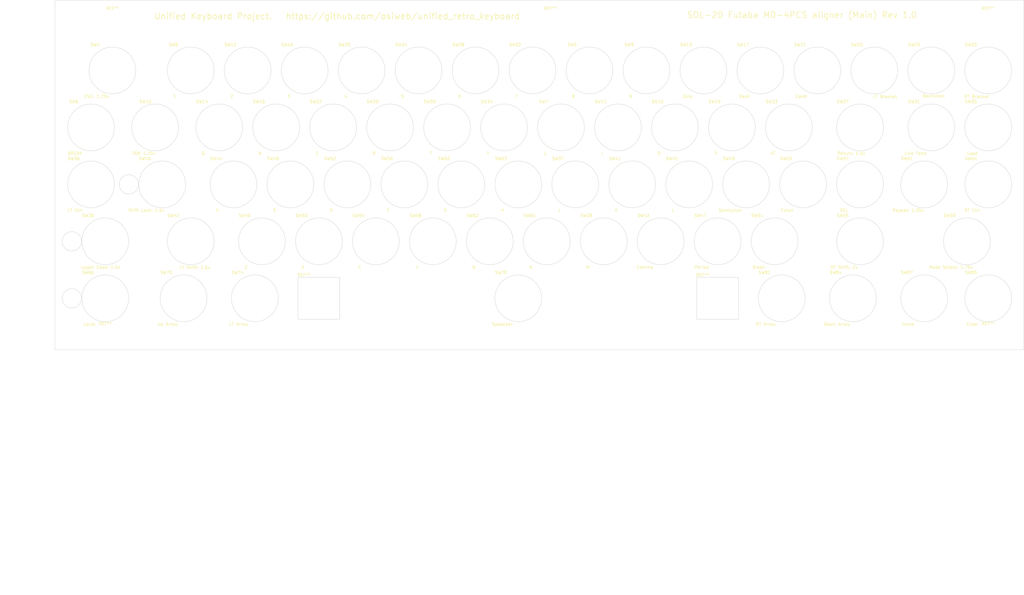
<source format=kicad_pcb>
(kicad_pcb (version 20171130) (host pcbnew "(5.1.5-0-10_14)")

  (general
    (thickness 1.6)
    (drawings 10)
    (tracks 0)
    (zones 0)
    (modules 77)
    (nets 1)
  )

  (page C)
  (title_block
    (title "Unified Retro Keyboard")
    (date 2019-08-25)
    (rev 1.3)
    (company OSIWeb.org)
    (comment 1 "Key matrix w/ LED")
  )

  (layers
    (0 F.Cu signal)
    (31 B.Cu signal)
    (32 B.Adhes user)
    (33 F.Adhes user)
    (34 B.Paste user)
    (35 F.Paste user)
    (36 B.SilkS user)
    (37 F.SilkS user)
    (38 B.Mask user)
    (39 F.Mask user)
    (40 Dwgs.User user)
    (41 Cmts.User user)
    (42 Eco1.User user)
    (43 Eco2.User user)
    (44 Edge.Cuts user)
    (45 Margin user)
    (46 B.CrtYd user)
    (47 F.CrtYd user)
    (48 B.Fab user)
    (49 F.Fab user)
  )

  (setup
    (last_trace_width 0.254)
    (user_trace_width 0.254)
    (user_trace_width 0.508)
    (user_trace_width 1.27)
    (trace_clearance 0.2)
    (zone_clearance 0.508)
    (zone_45_only no)
    (trace_min 0.2)
    (via_size 0.8128)
    (via_drill 0.4064)
    (via_min_size 0.4)
    (via_min_drill 0.3)
    (user_via 1.27 0.7112)
    (uvia_size 0.3048)
    (uvia_drill 0.1016)
    (uvias_allowed no)
    (uvia_min_size 0.2)
    (uvia_min_drill 0.1)
    (edge_width 0.05)
    (segment_width 0.2)
    (pcb_text_width 0.3)
    (pcb_text_size 1.5 1.5)
    (mod_edge_width 0.12)
    (mod_text_size 1 1)
    (mod_text_width 0.15)
    (pad_size 3.81 3.81)
    (pad_drill 3.81)
    (pad_to_mask_clearance 0)
    (aux_axis_origin 61.4172 179.1081)
    (grid_origin 76.835 223.393)
    (visible_elements 7FFFEFFF)
    (pcbplotparams
      (layerselection 0x010fc_ffffffff)
      (usegerberextensions false)
      (usegerberattributes false)
      (usegerberadvancedattributes false)
      (creategerberjobfile false)
      (excludeedgelayer true)
      (linewidth 0.100000)
      (plotframeref false)
      (viasonmask false)
      (mode 1)
      (useauxorigin false)
      (hpglpennumber 1)
      (hpglpenspeed 20)
      (hpglpendiameter 15.000000)
      (psnegative false)
      (psa4output false)
      (plotreference true)
      (plotvalue true)
      (plotinvisibletext false)
      (padsonsilk false)
      (subtractmaskfromsilk false)
      (outputformat 1)
      (mirror false)
      (drillshape 0)
      (scaleselection 1)
      (outputdirectory "main-outputs/"))
  )

  (net 0 "")

  (net_class Default "This is the default net class."
    (clearance 0.2)
    (trace_width 0.254)
    (via_dia 0.8128)
    (via_drill 0.4064)
    (uvia_dia 0.3048)
    (uvia_drill 0.1016)
    (diff_pair_width 0.2032)
    (diff_pair_gap 0.254)
  )

  (net_class power1 ""
    (clearance 0.254)
    (trace_width 1.27)
    (via_dia 1.27)
    (via_drill 0.7112)
    (uvia_dia 0.3048)
    (uvia_drill 0.1016)
    (diff_pair_width 0.2032)
    (diff_pair_gap 0.254)
  )

  (net_class signal ""
    (clearance 0.2032)
    (trace_width 0.254)
    (via_dia 0.8128)
    (via_drill 0.4064)
    (uvia_dia 0.3048)
    (uvia_drill 0.1016)
    (diff_pair_width 0.2032)
    (diff_pair_gap 0.254)
  )

  (module MountingHole:MountingHole_3.2mm_M3 locked (layer F.Cu) (tedit 56D1B4CB) (tstamp 5E74F0C5)
    (at 408.61488 219.49156)
    (descr "Mounting Hole 3.2mm, no annular, M3")
    (tags "mounting hole 3.2mm no annular m3")
    (attr virtual)
    (fp_text reference REF** (at 0 -4.2) (layer F.SilkS)
      (effects (font (size 1 1) (thickness 0.15)))
    )
    (fp_text value MountingHole_3.2mm_M3 (at 0 4.2) (layer F.Fab)
      (effects (font (size 1 1) (thickness 0.15)))
    )
    (fp_circle (center 0 0) (end 3.45 0) (layer F.CrtYd) (width 0.05))
    (fp_circle (center 0 0) (end 3.2 0) (layer Cmts.User) (width 0.15))
    (fp_text user %R (at 0.3 0) (layer F.Fab)
      (effects (font (size 1 1) (thickness 0.15)))
    )
    (pad 1 np_thru_hole circle (at 0 0) (size 3.2 3.2) (drill 3.2) (layers *.Cu *.Mask))
  )

  (module MountingHole:MountingHole_3.2mm_M3 locked (layer F.Cu) (tedit 56D1B4CB) (tstamp 5E74F0C5)
    (at 113.33988 219.49156)
    (descr "Mounting Hole 3.2mm, no annular, M3")
    (tags "mounting hole 3.2mm no annular m3")
    (attr virtual)
    (fp_text reference REF** (at 0 -4.2) (layer F.SilkS)
      (effects (font (size 1 1) (thickness 0.15)))
    )
    (fp_text value MountingHole_3.2mm_M3 (at 0 4.2) (layer F.Fab)
      (effects (font (size 1 1) (thickness 0.15)))
    )
    (fp_circle (center 0 0) (end 3.45 0) (layer F.CrtYd) (width 0.05))
    (fp_circle (center 0 0) (end 3.2 0) (layer Cmts.User) (width 0.15))
    (fp_text user %R (at 0.3 0) (layer F.Fab)
      (effects (font (size 1 1) (thickness 0.15)))
    )
    (pad 1 np_thru_hole circle (at 0 0) (size 3.2 3.2) (drill 3.2) (layers *.Cu *.Mask))
  )

  (module MountingHole:MountingHole_3.2mm_M3 locked (layer F.Cu) (tedit 56D1B4CB) (tstamp 5E73FE90)
    (at 408.61488 114.08156)
    (descr "Mounting Hole 3.2mm, no annular, M3")
    (tags "mounting hole 3.2mm no annular m3")
    (attr virtual)
    (fp_text reference REF** (at 0 -4.2) (layer F.SilkS)
      (effects (font (size 1 1) (thickness 0.15)))
    )
    (fp_text value MountingHole_3.2mm_M3 (at 0 4.2) (layer F.Fab)
      (effects (font (size 1 1) (thickness 0.15)))
    )
    (fp_text user %R (at 0.3 0) (layer F.Fab)
      (effects (font (size 1 1) (thickness 0.15)))
    )
    (fp_circle (center 0 0) (end 3.2 0) (layer Cmts.User) (width 0.15))
    (fp_circle (center 0 0) (end 3.45 0) (layer F.CrtYd) (width 0.05))
    (pad 1 np_thru_hole circle (at 0 0) (size 3.2 3.2) (drill 3.2) (layers *.Cu *.Mask))
  )

  (module MountingHole:MountingHole_3.2mm_M3 locked (layer F.Cu) (tedit 56D1B4CB) (tstamp 5E73FE90)
    (at 262.168005 114.08156)
    (descr "Mounting Hole 3.2mm, no annular, M3")
    (tags "mounting hole 3.2mm no annular m3")
    (attr virtual)
    (fp_text reference REF** (at 0 -4.2) (layer F.SilkS)
      (effects (font (size 1 1) (thickness 0.15)))
    )
    (fp_text value MountingHole_3.2mm_M3 (at 0 4.2) (layer F.Fab)
      (effects (font (size 1 1) (thickness 0.15)))
    )
    (fp_text user %R (at 0.3 0) (layer F.Fab)
      (effects (font (size 1 1) (thickness 0.15)))
    )
    (fp_circle (center 0 0) (end 3.2 0) (layer Cmts.User) (width 0.15))
    (fp_circle (center 0 0) (end 3.45 0) (layer F.CrtYd) (width 0.05))
    (pad 1 np_thru_hole circle (at 0 0) (size 3.2 3.2) (drill 3.2) (layers *.Cu *.Mask))
  )

  (module MountingHole:MountingHole_3.2mm_M3 locked (layer F.Cu) (tedit 56D1B4CB) (tstamp 5E73FE8E)
    (at 115.72113 114.08156)
    (descr "Mounting Hole 3.2mm, no annular, M3")
    (tags "mounting hole 3.2mm no annular m3")
    (attr virtual)
    (fp_text reference REF** (at 0 -4.2) (layer F.SilkS)
      (effects (font (size 1 1) (thickness 0.15)))
    )
    (fp_text value MountingHole_3.2mm_M3 (at 0 4.2) (layer F.Fab)
      (effects (font (size 1 1) (thickness 0.15)))
    )
    (fp_circle (center 0 0) (end 3.45 0) (layer F.CrtYd) (width 0.05))
    (fp_circle (center 0 0) (end 3.2 0) (layer Cmts.User) (width 0.15))
    (fp_text user %R (at 0.3 0) (layer F.Fab)
      (effects (font (size 1 1) (thickness 0.15)))
    )
    (pad 1 np_thru_hole circle (at 0 0) (size 3.2 3.2) (drill 3.2) (layers *.Cu *.Mask))
  )

  (module unikbd:Key_MX_Aligner (layer F.Cu) (tedit 5E72B33B) (tstamp 5E7310BE)
    (at 318.12738 206.79156)
    (fp_text reference REF** (at -5.0292 -7.7724) (layer F.SilkS)
      (effects (font (size 1 1) (thickness 0.15)))
    )
    (fp_text value Key_MX_Aligner (at 0 7.9756) (layer B.Fab)
      (effects (font (size 1 1) (thickness 0.15)))
    )
    (fp_line (start -6.985 -6.985) (end -6.985 6.985) (layer Edge.Cuts) (width 0.12))
    (fp_line (start 6.985 6.985) (end 6.985 -6.985) (layer Edge.Cuts) (width 0.12))
    (fp_line (start -6.985 -6.985) (end 6.985 -6.985) (layer Edge.Cuts) (width 0.12))
    (fp_line (start -6.985 6.985) (end 6.985 6.985) (layer Edge.Cuts) (width 0.12))
  )

  (module unikbd:Key_MX_Aligner (layer F.Cu) (tedit 5E72B33B) (tstamp 5E73109A)
    (at 184.77738 206.79156)
    (fp_text reference REF** (at -5.0292 -7.7724) (layer F.SilkS)
      (effects (font (size 1 1) (thickness 0.15)))
    )
    (fp_text value Key_MX_Aligner (at 0 7.9756) (layer B.Fab)
      (effects (font (size 1 1) (thickness 0.15)))
    )
    (fp_line (start -6.985 -6.985) (end -6.985 6.985) (layer Edge.Cuts) (width 0.12))
    (fp_line (start 6.985 6.985) (end 6.985 -6.985) (layer Edge.Cuts) (width 0.12))
    (fp_line (start -6.985 -6.985) (end 6.985 -6.985) (layer Edge.Cuts) (width 0.12))
    (fp_line (start -6.985 6.985) (end 6.985 6.985) (layer Edge.Cuts) (width 0.12))
  )

  (module unikbd:Futaba-MD-4PCS-aligner locked (layer F.Cu) (tedit 5DA63068) (tstamp 5E12D584)
    (at 251.45238 206.79156)
    (path /5E16AC8E/5E135ADC)
    (fp_text reference SW78 (at -5.7912 -8.6106) (layer F.SilkS)
      (effects (font (size 1 1) (thickness 0.15)))
    )
    (fp_text value Spacebar (at -5.334 8.6614) (layer F.SilkS)
      (effects (font (size 1 1) (thickness 0.15)))
    )
    (fp_circle (center 0 0) (end 7.8232 0) (layer Edge.Cuts) (width 0.12))
    (pad "" np_thru_hole circle (at -6.985 -6.985) (size 1.6256 1.6256) (drill 1.6256) (layers *.Cu *.Mask))
    (pad "" np_thru_hole circle (at -6.985 6.985) (size 1.6256 1.6256) (drill 1.6256) (layers *.Cu *.Mask))
    (pad "" np_thru_hole circle (at 6.985 6.985) (size 1.6256 1.6256) (drill 1.6256) (layers *.Cu *.Mask))
    (pad "" np_thru_hole circle (at 6.985 -6.985) (size 1.6256 1.6256) (drill 1.6256) (layers *.Cu *.Mask))
  )

  (module unikbd:Futaba-MD-4PCS-aligner locked (layer F.Cu) (tedit 5DA63068) (tstamp 5E12D458)
    (at 251.45238 168.69156)
    (path /5BC3E99D/5BC3FF70)
    (fp_text reference SW63 (at -5.7912 -8.6106) (layer F.SilkS)
      (effects (font (size 1 1) (thickness 0.15)))
    )
    (fp_text value H (at -5.334 8.6614) (layer F.SilkS)
      (effects (font (size 1 1) (thickness 0.15)))
    )
    (fp_circle (center 0 0) (end 7.8232 0) (layer Edge.Cuts) (width 0.12))
    (pad "" np_thru_hole circle (at -6.985 -6.985) (size 1.6256 1.6256) (drill 1.6256) (layers *.Cu *.Mask))
    (pad "" np_thru_hole circle (at -6.985 6.985) (size 1.6256 1.6256) (drill 1.6256) (layers *.Cu *.Mask))
    (pad "" np_thru_hole circle (at 6.985 6.985) (size 1.6256 1.6256) (drill 1.6256) (layers *.Cu *.Mask))
    (pad "" np_thru_hole circle (at 6.985 -6.985) (size 1.6256 1.6256) (drill 1.6256) (layers *.Cu *.Mask))
  )

  (module unikbd:Futaba-MD-4PCS-aligner locked (layer F.Cu) (tedit 5DA63068) (tstamp 5E12D41C)
    (at 232.40238 168.69156)
    (path /5BC3E99D/5BC3FF77)
    (fp_text reference SW60 (at -5.7912 -8.6106) (layer F.SilkS)
      (effects (font (size 1 1) (thickness 0.15)))
    )
    (fp_text value G (at -5.334 8.6614) (layer F.SilkS)
      (effects (font (size 1 1) (thickness 0.15)))
    )
    (fp_circle (center 0 0) (end 7.8232 0) (layer Edge.Cuts) (width 0.12))
    (pad "" np_thru_hole circle (at -6.985 -6.985) (size 1.6256 1.6256) (drill 1.6256) (layers *.Cu *.Mask))
    (pad "" np_thru_hole circle (at -6.985 6.985) (size 1.6256 1.6256) (drill 1.6256) (layers *.Cu *.Mask))
    (pad "" np_thru_hole circle (at 6.985 6.985) (size 1.6256 1.6256) (drill 1.6256) (layers *.Cu *.Mask))
    (pad "" np_thru_hole circle (at 6.985 -6.985) (size 1.6256 1.6256) (drill 1.6256) (layers *.Cu *.Mask))
  )

  (module unikbd:Futaba-MD-4PCS-aligner locked (layer F.Cu) (tedit 5DA63068) (tstamp 5E12D430)
    (at 387.18363 168.69156)
    (path /5BC3E99D/5BC6CD87)
    (fp_text reference SW61 (at -5.7912 -8.6106) (layer F.SilkS)
      (effects (font (size 1 1) (thickness 0.15)))
    )
    (fp_text value "Repeat: 1.25x" (at -5.334 8.6614) (layer F.SilkS)
      (effects (font (size 1 1) (thickness 0.15)))
    )
    (fp_circle (center 0 0) (end 7.8232 0) (layer Edge.Cuts) (width 0.12))
    (pad "" np_thru_hole circle (at -6.985 -6.985) (size 1.6256 1.6256) (drill 1.6256) (layers *.Cu *.Mask))
    (pad "" np_thru_hole circle (at -6.985 6.985) (size 1.6256 1.6256) (drill 1.6256) (layers *.Cu *.Mask))
    (pad "" np_thru_hole circle (at 6.985 6.985) (size 1.6256 1.6256) (drill 1.6256) (layers *.Cu *.Mask))
    (pad "" np_thru_hole circle (at 6.985 -6.985) (size 1.6256 1.6256) (drill 1.6256) (layers *.Cu *.Mask))
  )

  (module unikbd:Futaba-MD-4PCS-aligner locked (layer F.Cu) (tedit 5DA63068) (tstamp 5E12D3CC)
    (at 213.35238 168.69156)
    (path /5BC3E99D/5BC3FF69)
    (fp_text reference SW56 (at -5.7912 -8.6106) (layer F.SilkS)
      (effects (font (size 1 1) (thickness 0.15)))
    )
    (fp_text value F (at -5.334 8.6614) (layer F.SilkS)
      (effects (font (size 1 1) (thickness 0.15)))
    )
    (fp_circle (center 0 0) (end 7.8232 0) (layer Edge.Cuts) (width 0.12))
    (pad "" np_thru_hole circle (at -6.985 -6.985) (size 1.6256 1.6256) (drill 1.6256) (layers *.Cu *.Mask))
    (pad "" np_thru_hole circle (at -6.985 6.985) (size 1.6256 1.6256) (drill 1.6256) (layers *.Cu *.Mask))
    (pad "" np_thru_hole circle (at 6.985 6.985) (size 1.6256 1.6256) (drill 1.6256) (layers *.Cu *.Mask))
    (pad "" np_thru_hole circle (at 6.985 -6.985) (size 1.6256 1.6256) (drill 1.6256) (layers *.Cu *.Mask))
  )

  (module unikbd:Futaba-MD-4PCS-aligner locked (layer F.Cu) (tedit 5DA63068) (tstamp 5E12D46C)
    (at 408.61488 168.69156)
    (path /5BC3E99D/5BC6CD80)
    (fp_text reference SW64 (at -5.7912 -8.6106) (layer F.SilkS)
      (effects (font (size 1 1) (thickness 0.15)))
    )
    (fp_text value "RT Ctrl" (at -5.334 8.6614) (layer F.SilkS)
      (effects (font (size 1 1) (thickness 0.15)))
    )
    (fp_circle (center 0 0) (end 7.8232 0) (layer Edge.Cuts) (width 0.12))
    (pad "" np_thru_hole circle (at -6.985 -6.985) (size 1.6256 1.6256) (drill 1.6256) (layers *.Cu *.Mask))
    (pad "" np_thru_hole circle (at -6.985 6.985) (size 1.6256 1.6256) (drill 1.6256) (layers *.Cu *.Mask))
    (pad "" np_thru_hole circle (at 6.985 6.985) (size 1.6256 1.6256) (drill 1.6256) (layers *.Cu *.Mask))
    (pad "" np_thru_hole circle (at 6.985 -6.985) (size 1.6256 1.6256) (drill 1.6256) (layers *.Cu *.Mask))
  )

  (module unikbd:Futaba-MD-4PCS-aligner locked (layer F.Cu) (tedit 5DA63068) (tstamp 5E12D250)
    (at 270.50238 168.69156)
    (path /5BC3E99D/5E1BE11F)
    (fp_text reference SW37 (at -5.7912 -8.6106) (layer F.SilkS)
      (effects (font (size 1 1) (thickness 0.15)))
    )
    (fp_text value J (at -5.334 8.6614) (layer F.SilkS)
      (effects (font (size 1 1) (thickness 0.15)))
    )
    (fp_circle (center 0 0) (end 7.8232 0) (layer Edge.Cuts) (width 0.12))
    (pad "" np_thru_hole circle (at -6.985 -6.985) (size 1.6256 1.6256) (drill 1.6256) (layers *.Cu *.Mask))
    (pad "" np_thru_hole circle (at -6.985 6.985) (size 1.6256 1.6256) (drill 1.6256) (layers *.Cu *.Mask))
    (pad "" np_thru_hole circle (at 6.985 6.985) (size 1.6256 1.6256) (drill 1.6256) (layers *.Cu *.Mask))
    (pad "" np_thru_hole circle (at 6.985 -6.985) (size 1.6256 1.6256) (drill 1.6256) (layers *.Cu *.Mask))
  )

  (module unikbd:Futaba-MD-4PCS-aligner locked (layer F.Cu) (tedit 5DA63068) (tstamp 5E12D28C)
    (at 132.38988 168.69156)
    (path /5BC3E99D/5BC3FD26)
    (fp_text reference SW40 (at -5.7912 -8.6106) (layer F.SilkS)
      (effects (font (size 1 1) (thickness 0.15)))
    )
    (fp_text value "Shift Lock: 1.5x" (at -5.334 8.6614) (layer F.SilkS)
      (effects (font (size 1 1) (thickness 0.15)))
    )
    (fp_circle (center 0 0) (end 7.8232 0) (layer Edge.Cuts) (width 0.12))
    (pad "" np_thru_hole circle (at -6.985 -6.985) (size 1.6256 1.6256) (drill 1.6256) (layers *.Cu *.Mask))
    (pad "" np_thru_hole circle (at -6.985 6.985) (size 1.6256 1.6256) (drill 1.6256) (layers *.Cu *.Mask))
    (pad "" np_thru_hole circle (at 6.985 6.985) (size 1.6256 1.6256) (drill 1.6256) (layers *.Cu *.Mask))
    (pad "" np_thru_hole circle (at 6.985 -6.985) (size 1.6256 1.6256) (drill 1.6256) (layers *.Cu *.Mask))
  )

  (module unikbd:Futaba-MD-4PCS-aligner locked (layer F.Cu) (tedit 5DA63068) (tstamp 5E12D2A0)
    (at 289.55238 168.69156)
    (path /5BC3E99D/5BC6CD5D)
    (fp_text reference SW41 (at -5.7912 -8.6106) (layer F.SilkS)
      (effects (font (size 1 1) (thickness 0.15)))
    )
    (fp_text value K (at -5.334 8.6614) (layer F.SilkS)
      (effects (font (size 1 1) (thickness 0.15)))
    )
    (fp_circle (center 0 0) (end 7.8232 0) (layer Edge.Cuts) (width 0.12))
    (pad "" np_thru_hole circle (at -6.985 -6.985) (size 1.6256 1.6256) (drill 1.6256) (layers *.Cu *.Mask))
    (pad "" np_thru_hole circle (at -6.985 6.985) (size 1.6256 1.6256) (drill 1.6256) (layers *.Cu *.Mask))
    (pad "" np_thru_hole circle (at 6.985 6.985) (size 1.6256 1.6256) (drill 1.6256) (layers *.Cu *.Mask))
    (pad "" np_thru_hole circle (at 6.985 -6.985) (size 1.6256 1.6256) (drill 1.6256) (layers *.Cu *.Mask))
  )

  (module unikbd:Futaba-MD-4PCS-aligner locked (layer F.Cu) (tedit 5DA63068) (tstamp 5E12D2DC)
    (at 156.20238 168.69156)
    (path /5BC3E99D/5BC3FE57)
    (fp_text reference SW44 (at -5.7912 -8.6106) (layer F.SilkS)
      (effects (font (size 1 1) (thickness 0.15)))
    )
    (fp_text value A (at -5.334 8.6614) (layer F.SilkS)
      (effects (font (size 1 1) (thickness 0.15)))
    )
    (fp_circle (center 0 0) (end 7.8232 0) (layer Edge.Cuts) (width 0.12))
    (pad "" np_thru_hole circle (at -6.985 -6.985) (size 1.6256 1.6256) (drill 1.6256) (layers *.Cu *.Mask))
    (pad "" np_thru_hole circle (at -6.985 6.985) (size 1.6256 1.6256) (drill 1.6256) (layers *.Cu *.Mask))
    (pad "" np_thru_hole circle (at 6.985 6.985) (size 1.6256 1.6256) (drill 1.6256) (layers *.Cu *.Mask))
    (pad "" np_thru_hole circle (at 6.985 -6.985) (size 1.6256 1.6256) (drill 1.6256) (layers *.Cu *.Mask))
  )

  (module unikbd:Futaba-MD-4PCS-aligner locked (layer F.Cu) (tedit 5DA63068) (tstamp 5E12D2F0)
    (at 308.60238 168.69156)
    (path /5BC3E99D/5BC6CD6B)
    (fp_text reference SW45 (at -5.7912 -8.6106) (layer F.SilkS)
      (effects (font (size 1 1) (thickness 0.15)))
    )
    (fp_text value L (at -5.334 8.6614) (layer F.SilkS)
      (effects (font (size 1 1) (thickness 0.15)))
    )
    (fp_circle (center 0 0) (end 7.8232 0) (layer Edge.Cuts) (width 0.12))
    (pad "" np_thru_hole circle (at -6.985 -6.985) (size 1.6256 1.6256) (drill 1.6256) (layers *.Cu *.Mask))
    (pad "" np_thru_hole circle (at -6.985 6.985) (size 1.6256 1.6256) (drill 1.6256) (layers *.Cu *.Mask))
    (pad "" np_thru_hole circle (at 6.985 6.985) (size 1.6256 1.6256) (drill 1.6256) (layers *.Cu *.Mask))
    (pad "" np_thru_hole circle (at 6.985 -6.985) (size 1.6256 1.6256) (drill 1.6256) (layers *.Cu *.Mask))
  )

  (module unikbd:Futaba-MD-4PCS-aligner locked (layer F.Cu) (tedit 5DA63068) (tstamp 5E12D32C)
    (at 175.25238 168.69156)
    (path /5BC3E99D/5E1BE11D)
    (fp_text reference SW48 (at -5.7912 -8.6106) (layer F.SilkS)
      (effects (font (size 1 1) (thickness 0.15)))
    )
    (fp_text value S (at -5.334 8.6614) (layer F.SilkS)
      (effects (font (size 1 1) (thickness 0.15)))
    )
    (fp_circle (center 0 0) (end 7.8232 0) (layer Edge.Cuts) (width 0.12))
    (pad "" np_thru_hole circle (at -6.985 -6.985) (size 1.6256 1.6256) (drill 1.6256) (layers *.Cu *.Mask))
    (pad "" np_thru_hole circle (at -6.985 6.985) (size 1.6256 1.6256) (drill 1.6256) (layers *.Cu *.Mask))
    (pad "" np_thru_hole circle (at 6.985 6.985) (size 1.6256 1.6256) (drill 1.6256) (layers *.Cu *.Mask))
    (pad "" np_thru_hole circle (at 6.985 -6.985) (size 1.6256 1.6256) (drill 1.6256) (layers *.Cu *.Mask))
  )

  (module unikbd:Futaba-MD-4PCS-aligner locked (layer F.Cu) (tedit 5DA63068) (tstamp 5E12D340)
    (at 327.65238 168.69156)
    (path /5BC3E99D/5BC6CD64)
    (fp_text reference SW49 (at -5.7912 -8.6106) (layer F.SilkS)
      (effects (font (size 1 1) (thickness 0.15)))
    )
    (fp_text value Semicolon (at -5.334 8.6614) (layer F.SilkS)
      (effects (font (size 1 1) (thickness 0.15)))
    )
    (fp_circle (center 0 0) (end 7.8232 0) (layer Edge.Cuts) (width 0.12))
    (pad "" np_thru_hole circle (at -6.985 -6.985) (size 1.6256 1.6256) (drill 1.6256) (layers *.Cu *.Mask))
    (pad "" np_thru_hole circle (at -6.985 6.985) (size 1.6256 1.6256) (drill 1.6256) (layers *.Cu *.Mask))
    (pad "" np_thru_hole circle (at 6.985 6.985) (size 1.6256 1.6256) (drill 1.6256) (layers *.Cu *.Mask))
    (pad "" np_thru_hole circle (at 6.985 -6.985) (size 1.6256 1.6256) (drill 1.6256) (layers *.Cu *.Mask))
  )

  (module unikbd:Futaba-MD-4PCS-aligner locked (layer F.Cu) (tedit 5DA63068) (tstamp 5E12D37C)
    (at 194.30238 168.69156)
    (path /5BC3E99D/5E0AC938)
    (fp_text reference SW52 (at -5.7912 -8.6106) (layer F.SilkS)
      (effects (font (size 1 1) (thickness 0.15)))
    )
    (fp_text value D (at -5.334 8.6614) (layer F.SilkS)
      (effects (font (size 1 1) (thickness 0.15)))
    )
    (fp_circle (center 0 0) (end 7.8232 0) (layer Edge.Cuts) (width 0.12))
    (pad "" np_thru_hole circle (at -6.985 -6.985) (size 1.6256 1.6256) (drill 1.6256) (layers *.Cu *.Mask))
    (pad "" np_thru_hole circle (at -6.985 6.985) (size 1.6256 1.6256) (drill 1.6256) (layers *.Cu *.Mask))
    (pad "" np_thru_hole circle (at 6.985 6.985) (size 1.6256 1.6256) (drill 1.6256) (layers *.Cu *.Mask))
    (pad "" np_thru_hole circle (at 6.985 -6.985) (size 1.6256 1.6256) (drill 1.6256) (layers *.Cu *.Mask))
  )

  (module unikbd:Futaba-MD-4PCS-aligner locked (layer F.Cu) (tedit 5DA63068) (tstamp 5E12D390)
    (at 346.70238 168.69156)
    (path /5BC3E99D/5BC6CD72)
    (fp_text reference SW53 (at -5.7912 -8.6106) (layer F.SilkS)
      (effects (font (size 1 1) (thickness 0.15)))
    )
    (fp_text value Colon (at -5.334 8.6614) (layer F.SilkS)
      (effects (font (size 1 1) (thickness 0.15)))
    )
    (fp_circle (center 0 0) (end 7.8232 0) (layer Edge.Cuts) (width 0.12))
    (pad "" np_thru_hole circle (at -6.985 -6.985) (size 1.6256 1.6256) (drill 1.6256) (layers *.Cu *.Mask))
    (pad "" np_thru_hole circle (at -6.985 6.985) (size 1.6256 1.6256) (drill 1.6256) (layers *.Cu *.Mask))
    (pad "" np_thru_hole circle (at 6.985 6.985) (size 1.6256 1.6256) (drill 1.6256) (layers *.Cu *.Mask))
    (pad "" np_thru_hole circle (at 6.985 -6.985) (size 1.6256 1.6256) (drill 1.6256) (layers *.Cu *.Mask))
  )

  (module unikbd:Futaba-MD-4PCS-aligner locked (layer F.Cu) (tedit 5DA63068) (tstamp 5E12D3E0)
    (at 365.75238 168.69156)
    (path /5BC3E99D/5BC6CD79)
    (fp_text reference SW57 (at -5.7912 -8.6106) (layer F.SilkS)
      (effects (font (size 1 1) (thickness 0.15)))
    )
    (fp_text value DEL (at -5.334 8.6614) (layer F.SilkS)
      (effects (font (size 1 1) (thickness 0.15)))
    )
    (fp_circle (center 0 0) (end 7.8232 0) (layer Edge.Cuts) (width 0.12))
    (pad "" np_thru_hole circle (at -6.985 -6.985) (size 1.6256 1.6256) (drill 1.6256) (layers *.Cu *.Mask))
    (pad "" np_thru_hole circle (at -6.985 6.985) (size 1.6256 1.6256) (drill 1.6256) (layers *.Cu *.Mask))
    (pad "" np_thru_hole circle (at 6.985 6.985) (size 1.6256 1.6256) (drill 1.6256) (layers *.Cu *.Mask))
    (pad "" np_thru_hole circle (at 6.985 -6.985) (size 1.6256 1.6256) (drill 1.6256) (layers *.Cu *.Mask))
  )

  (module unikbd:Futaba-MD-4PCS-aligner locked (layer F.Cu) (tedit 5DA63068) (tstamp 5E12D3A4)
    (at 203.82738 187.74156)
    (path /5BC3E99D/5BC6CEF2)
    (fp_text reference SW54 (at -5.7912 -8.6106) (layer F.SilkS)
      (effects (font (size 1 1) (thickness 0.15)))
    )
    (fp_text value C (at -5.334 8.6614) (layer F.SilkS)
      (effects (font (size 1 1) (thickness 0.15)))
    )
    (fp_circle (center 0 0) (end 7.8232 0) (layer Edge.Cuts) (width 0.12))
    (pad "" np_thru_hole circle (at -6.985 -6.985) (size 1.6256 1.6256) (drill 1.6256) (layers *.Cu *.Mask))
    (pad "" np_thru_hole circle (at -6.985 6.985) (size 1.6256 1.6256) (drill 1.6256) (layers *.Cu *.Mask))
    (pad "" np_thru_hole circle (at 6.985 6.985) (size 1.6256 1.6256) (drill 1.6256) (layers *.Cu *.Mask))
    (pad "" np_thru_hole circle (at 6.985 -6.985) (size 1.6256 1.6256) (drill 1.6256) (layers *.Cu *.Mask))
  )

  (module unikbd:Futaba-MD-4PCS-aligner locked (layer F.Cu) (tedit 5DA63068) (tstamp 5E6EC726)
    (at 163.34613 206.79156)
    (path /5E16AC8E/5E1BE0F6)
    (fp_text reference SW74 (at -5.7912 -8.6106) (layer F.SilkS)
      (effects (font (size 1 1) (thickness 0.15)))
    )
    (fp_text value "LT Arrow" (at -5.334 8.6614) (layer F.SilkS)
      (effects (font (size 1 1) (thickness 0.15)))
    )
    (fp_circle (center 0 0) (end 7.8232 0) (layer Edge.Cuts) (width 0.12))
    (pad "" np_thru_hole circle (at -6.985 -6.985) (size 1.6256 1.6256) (drill 1.6256) (layers *.Cu *.Mask))
    (pad "" np_thru_hole circle (at -6.985 6.985) (size 1.6256 1.6256) (drill 1.6256) (layers *.Cu *.Mask))
    (pad "" np_thru_hole circle (at 6.985 6.985) (size 1.6256 1.6256) (drill 1.6256) (layers *.Cu *.Mask))
    (pad "" np_thru_hole circle (at 6.985 -6.985) (size 1.6256 1.6256) (drill 1.6256) (layers *.Cu *.Mask))
  )

  (module unikbd:Futaba-MD-4PCS-aligner locked (layer F.Cu) (tedit 5DA63068) (tstamp 5E12D1C4)
    (at 227.63988 149.64156)
    (path /5BC3EA0A/5BCAF420)
    (fp_text reference SW30 (at -5.7912 -8.6106) (layer F.SilkS)
      (effects (font (size 1 1) (thickness 0.15)))
    )
    (fp_text value T (at -5.334 8.6614) (layer F.SilkS)
      (effects (font (size 1 1) (thickness 0.15)))
    )
    (fp_circle (center 0 0) (end 7.8232 0) (layer Edge.Cuts) (width 0.12))
    (pad "" np_thru_hole circle (at -6.985 -6.985) (size 1.6256 1.6256) (drill 1.6256) (layers *.Cu *.Mask))
    (pad "" np_thru_hole circle (at -6.985 6.985) (size 1.6256 1.6256) (drill 1.6256) (layers *.Cu *.Mask))
    (pad "" np_thru_hole circle (at 6.985 6.985) (size 1.6256 1.6256) (drill 1.6256) (layers *.Cu *.Mask))
    (pad "" np_thru_hole circle (at 6.985 -6.985) (size 1.6256 1.6256) (drill 1.6256) (layers *.Cu *.Mask))
  )

  (module unikbd:Futaba-MD-4PCS-aligner locked (layer F.Cu) (tedit 5DA63068) (tstamp 5E12D64C)
    (at 408.61488 206.79156)
    (path /5E16AC8E/5E1BE0F8)
    (fp_text reference SW88 (at -5.7912 -8.6106) (layer F.SilkS)
      (effects (font (size 1 1) (thickness 0.15)))
    )
    (fp_text value Clear (at -5.334 8.6614) (layer F.SilkS)
      (effects (font (size 1 1) (thickness 0.15)))
    )
    (fp_circle (center 0 0) (end 7.8232 0) (layer Edge.Cuts) (width 0.12))
    (pad "" np_thru_hole circle (at -6.985 -6.985) (size 1.6256 1.6256) (drill 1.6256) (layers *.Cu *.Mask))
    (pad "" np_thru_hole circle (at -6.985 6.985) (size 1.6256 1.6256) (drill 1.6256) (layers *.Cu *.Mask))
    (pad "" np_thru_hole circle (at 6.985 6.985) (size 1.6256 1.6256) (drill 1.6256) (layers *.Cu *.Mask))
    (pad "" np_thru_hole circle (at 6.985 -6.985) (size 1.6256 1.6256) (drill 1.6256) (layers *.Cu *.Mask))
  )

  (module unikbd:Futaba-MD-4PCS-aligner locked (layer F.Cu) (tedit 5DA63068) (tstamp 5E12D638)
    (at 387.18363 206.79156)
    (path /5E16AC8E/5E1BE0F9)
    (fp_text reference SW87 (at -5.7912 -8.6106) (layer F.SilkS)
      (effects (font (size 1 1) (thickness 0.15)))
    )
    (fp_text value Home (at -5.334 8.6614) (layer F.SilkS)
      (effects (font (size 1 1) (thickness 0.15)))
    )
    (fp_circle (center 0 0) (end 7.8232 0) (layer Edge.Cuts) (width 0.12))
    (pad "" np_thru_hole circle (at -6.985 -6.985) (size 1.6256 1.6256) (drill 1.6256) (layers *.Cu *.Mask))
    (pad "" np_thru_hole circle (at -6.985 6.985) (size 1.6256 1.6256) (drill 1.6256) (layers *.Cu *.Mask))
    (pad "" np_thru_hole circle (at 6.985 6.985) (size 1.6256 1.6256) (drill 1.6256) (layers *.Cu *.Mask))
    (pad "" np_thru_hole circle (at 6.985 -6.985) (size 1.6256 1.6256) (drill 1.6256) (layers *.Cu *.Mask))
  )

  (module unikbd:Futaba-MD-4PCS-aligner locked (layer F.Cu) (tedit 5DA63068) (tstamp 5E12D5FC)
    (at 363.37113 206.79156)
    (path /5E16AC8E/5E1BE0F7)
    (fp_text reference SW84 (at -5.7912 -8.6106) (layer F.SilkS)
      (effects (font (size 1 1) (thickness 0.15)))
    )
    (fp_text value "Down Arrow" (at -5.334 8.6614) (layer F.SilkS)
      (effects (font (size 1 1) (thickness 0.15)))
    )
    (fp_circle (center 0 0) (end 7.8232 0) (layer Edge.Cuts) (width 0.12))
    (pad "" np_thru_hole circle (at -6.985 -6.985) (size 1.6256 1.6256) (drill 1.6256) (layers *.Cu *.Mask))
    (pad "" np_thru_hole circle (at -6.985 6.985) (size 1.6256 1.6256) (drill 1.6256) (layers *.Cu *.Mask))
    (pad "" np_thru_hole circle (at 6.985 6.985) (size 1.6256 1.6256) (drill 1.6256) (layers *.Cu *.Mask))
    (pad "" np_thru_hole circle (at 6.985 -6.985) (size 1.6256 1.6256) (drill 1.6256) (layers *.Cu *.Mask))
  )

  (module unikbd:Futaba-MD-4PCS-aligner locked (layer F.Cu) (tedit 5DA63068) (tstamp 5E10B4C4)
    (at 339.55863 206.79156)
    (path /5E16AC8E/5E1BE119)
    (fp_text reference SW81 (at -5.7912 -8.6106) (layer F.SilkS)
      (effects (font (size 1 1) (thickness 0.15)))
    )
    (fp_text value "RT Arrow" (at -5.334 8.6614) (layer F.SilkS)
      (effects (font (size 1 1) (thickness 0.15)))
    )
    (fp_circle (center 0 0) (end 7.8232 0) (layer Edge.Cuts) (width 0.12))
    (pad "" np_thru_hole circle (at -6.985 -6.985) (size 1.6256 1.6256) (drill 1.6256) (layers *.Cu *.Mask))
    (pad "" np_thru_hole circle (at -6.985 6.985) (size 1.6256 1.6256) (drill 1.6256) (layers *.Cu *.Mask))
    (pad "" np_thru_hole circle (at 6.985 6.985) (size 1.6256 1.6256) (drill 1.6256) (layers *.Cu *.Mask))
    (pad "" np_thru_hole circle (at 6.985 -6.985) (size 1.6256 1.6256) (drill 1.6256) (layers *.Cu *.Mask))
  )

  (module unikbd:Futaba-MD-4PCS-aligner locked (layer F.Cu) (tedit 5DA63068) (tstamp 5E12D4E4)
    (at 139.53363 206.79156)
    (path /5E16AC8E/5E1BE0F5)
    (fp_text reference SW70 (at -5.7912 -8.6106) (layer F.SilkS)
      (effects (font (size 1 1) (thickness 0.15)))
    )
    (fp_text value "Up Arrow" (at -5.334 8.6614) (layer F.SilkS)
      (effects (font (size 1 1) (thickness 0.15)))
    )
    (fp_circle (center 0 0) (end 7.8232 0) (layer Edge.Cuts) (width 0.12))
    (pad "" np_thru_hole circle (at -6.985 -6.985) (size 1.6256 1.6256) (drill 1.6256) (layers *.Cu *.Mask))
    (pad "" np_thru_hole circle (at -6.985 6.985) (size 1.6256 1.6256) (drill 1.6256) (layers *.Cu *.Mask))
    (pad "" np_thru_hole circle (at 6.985 6.985) (size 1.6256 1.6256) (drill 1.6256) (layers *.Cu *.Mask))
    (pad "" np_thru_hole circle (at 6.985 -6.985) (size 1.6256 1.6256) (drill 1.6256) (layers *.Cu *.Mask))
  )

  (module unikbd:Futaba-MD-4PCS-aligner locked (layer F.Cu) (tedit 5DA63068) (tstamp 5E12D494)
    (at 113.33988 206.79156)
    (path /5E16AC8E/5E12EFC1)
    (fp_text reference SW66 (at -5.7912 -8.6106) (layer F.SilkS)
      (effects (font (size 1 1) (thickness 0.15)))
    )
    (fp_text value Local (at -5.334 8.6614) (layer F.SilkS)
      (effects (font (size 1 1) (thickness 0.15)))
    )
    (fp_circle (center 0 0) (end 7.8232 0) (layer Edge.Cuts) (width 0.12))
    (pad "" np_thru_hole circle (at -6.985 -6.985) (size 1.6256 1.6256) (drill 1.6256) (layers *.Cu *.Mask))
    (pad "" np_thru_hole circle (at -6.985 6.985) (size 1.6256 1.6256) (drill 1.6256) (layers *.Cu *.Mask))
    (pad "" np_thru_hole circle (at 6.985 6.985) (size 1.6256 1.6256) (drill 1.6256) (layers *.Cu *.Mask))
    (pad "" np_thru_hole circle (at 6.985 -6.985) (size 1.6256 1.6256) (drill 1.6256) (layers *.Cu *.Mask))
  )

  (module unikbd:Futaba-MD-4PCS-aligner locked (layer F.Cu) (tedit 5DA63068) (tstamp 5E12D480)
    (at 260.97738 187.74156)
    (path /5BC3E99D/5BC6CF00)
    (fp_text reference SW65 (at -5.7912 -8.6106) (layer F.SilkS)
      (effects (font (size 1 1) (thickness 0.15)))
    )
    (fp_text value N (at -5.334 8.6614) (layer F.SilkS)
      (effects (font (size 1 1) (thickness 0.15)))
    )
    (fp_circle (center 0 0) (end 7.8232 0) (layer Edge.Cuts) (width 0.12))
    (pad "" np_thru_hole circle (at -6.985 -6.985) (size 1.6256 1.6256) (drill 1.6256) (layers *.Cu *.Mask))
    (pad "" np_thru_hole circle (at -6.985 6.985) (size 1.6256 1.6256) (drill 1.6256) (layers *.Cu *.Mask))
    (pad "" np_thru_hole circle (at 6.985 6.985) (size 1.6256 1.6256) (drill 1.6256) (layers *.Cu *.Mask))
    (pad "" np_thru_hole circle (at 6.985 -6.985) (size 1.6256 1.6256) (drill 1.6256) (layers *.Cu *.Mask))
  )

  (module unikbd:Futaba-MD-4PCS-aligner locked (layer F.Cu) (tedit 5DA63068) (tstamp 5E12D444)
    (at 241.92738 187.74156)
    (path /5BC3E99D/5BC6CF07)
    (fp_text reference SW62 (at -5.7912 -8.6106) (layer F.SilkS)
      (effects (font (size 1 1) (thickness 0.15)))
    )
    (fp_text value B (at -5.334 8.6614) (layer F.SilkS)
      (effects (font (size 1 1) (thickness 0.15)))
    )
    (fp_circle (center 0 0) (end 7.8232 0) (layer Edge.Cuts) (width 0.12))
    (pad "" np_thru_hole circle (at -6.985 -6.985) (size 1.6256 1.6256) (drill 1.6256) (layers *.Cu *.Mask))
    (pad "" np_thru_hole circle (at -6.985 6.985) (size 1.6256 1.6256) (drill 1.6256) (layers *.Cu *.Mask))
    (pad "" np_thru_hole circle (at 6.985 6.985) (size 1.6256 1.6256) (drill 1.6256) (layers *.Cu *.Mask))
    (pad "" np_thru_hole circle (at 6.985 -6.985) (size 1.6256 1.6256) (drill 1.6256) (layers *.Cu *.Mask))
  )

  (module unikbd:Futaba-MD-4PCS-aligner locked (layer F.Cu) (tedit 5DA63068) (tstamp 5E12D408)
    (at 401.47113 187.74156)
    (path /5BC3E99D/5BC6D0C9)
    (fp_text reference SW59 (at -5.7912 -8.6106) (layer F.SilkS)
      (effects (font (size 1 1) (thickness 0.15)))
    )
    (fp_text value "Mode Select: 1.75x" (at -5.334 8.6614) (layer F.SilkS)
      (effects (font (size 1 1) (thickness 0.15)))
    )
    (fp_circle (center 0 0) (end 7.8232 0) (layer Edge.Cuts) (width 0.12))
    (pad "" np_thru_hole circle (at -6.985 -6.985) (size 1.6256 1.6256) (drill 1.6256) (layers *.Cu *.Mask))
    (pad "" np_thru_hole circle (at -6.985 6.985) (size 1.6256 1.6256) (drill 1.6256) (layers *.Cu *.Mask))
    (pad "" np_thru_hole circle (at 6.985 6.985) (size 1.6256 1.6256) (drill 1.6256) (layers *.Cu *.Mask))
    (pad "" np_thru_hole circle (at 6.985 -6.985) (size 1.6256 1.6256) (drill 1.6256) (layers *.Cu *.Mask))
  )

  (module unikbd:Futaba-MD-4PCS-aligner locked (layer F.Cu) (tedit 5DA63068) (tstamp 5E12D3F4)
    (at 222.87738 187.74156)
    (path /5BC3E99D/5BC6CEF9)
    (fp_text reference SW58 (at -5.7912 -8.6106) (layer F.SilkS)
      (effects (font (size 1 1) (thickness 0.15)))
    )
    (fp_text value V (at -5.334 8.6614) (layer F.SilkS)
      (effects (font (size 1 1) (thickness 0.15)))
    )
    (fp_circle (center 0 0) (end 7.8232 0) (layer Edge.Cuts) (width 0.12))
    (pad "" np_thru_hole circle (at -6.985 -6.985) (size 1.6256 1.6256) (drill 1.6256) (layers *.Cu *.Mask))
    (pad "" np_thru_hole circle (at -6.985 6.985) (size 1.6256 1.6256) (drill 1.6256) (layers *.Cu *.Mask))
    (pad "" np_thru_hole circle (at 6.985 6.985) (size 1.6256 1.6256) (drill 1.6256) (layers *.Cu *.Mask))
    (pad "" np_thru_hole circle (at 6.985 -6.985) (size 1.6256 1.6256) (drill 1.6256) (layers *.Cu *.Mask))
  )

  (module unikbd:Futaba-MD-4PCS-aligner locked (layer F.Cu) (tedit 5DA63068) (tstamp 5E12D3B8)
    (at 365.75238 187.74156)
    (path /5BC3E99D/5BC6D0C2)
    (fp_text reference SW55 (at -5.7912 -8.6106) (layer F.SilkS)
      (effects (font (size 1 1) (thickness 0.15)))
    )
    (fp_text value "RT Shift: 2x" (at -5.334 8.6614) (layer F.SilkS)
      (effects (font (size 1 1) (thickness 0.15)))
    )
    (fp_circle (center 0 0) (end 7.8232 0) (layer Edge.Cuts) (width 0.12))
    (pad "" np_thru_hole circle (at -6.985 -6.985) (size 1.6256 1.6256) (drill 1.6256) (layers *.Cu *.Mask))
    (pad "" np_thru_hole circle (at -6.985 6.985) (size 1.6256 1.6256) (drill 1.6256) (layers *.Cu *.Mask))
    (pad "" np_thru_hole circle (at 6.985 6.985) (size 1.6256 1.6256) (drill 1.6256) (layers *.Cu *.Mask))
    (pad "" np_thru_hole circle (at 6.985 -6.985) (size 1.6256 1.6256) (drill 1.6256) (layers *.Cu *.Mask))
  )

  (module unikbd:Futaba-MD-4PCS-aligner locked (layer F.Cu) (tedit 5DA63068) (tstamp 5E12D368)
    (at 337.17738 187.74156)
    (path /5BC3E99D/5BC6D0B4)
    (fp_text reference SW51 (at -5.7912 -8.6106) (layer F.SilkS)
      (effects (font (size 1 1) (thickness 0.15)))
    )
    (fp_text value Slash (at -5.334 8.6614) (layer F.SilkS)
      (effects (font (size 1 1) (thickness 0.15)))
    )
    (fp_circle (center 0 0) (end 7.8232 0) (layer Edge.Cuts) (width 0.12))
    (pad "" np_thru_hole circle (at -6.985 -6.985) (size 1.6256 1.6256) (drill 1.6256) (layers *.Cu *.Mask))
    (pad "" np_thru_hole circle (at -6.985 6.985) (size 1.6256 1.6256) (drill 1.6256) (layers *.Cu *.Mask))
    (pad "" np_thru_hole circle (at 6.985 6.985) (size 1.6256 1.6256) (drill 1.6256) (layers *.Cu *.Mask))
    (pad "" np_thru_hole circle (at 6.985 -6.985) (size 1.6256 1.6256) (drill 1.6256) (layers *.Cu *.Mask))
  )

  (module unikbd:Futaba-MD-4PCS-aligner locked (layer F.Cu) (tedit 5DA63068) (tstamp 5E12D354)
    (at 184.77738 187.74156)
    (path /5BC3E99D/5BC6CEE4)
    (fp_text reference SW50 (at -5.7912 -8.6106) (layer F.SilkS)
      (effects (font (size 1 1) (thickness 0.15)))
    )
    (fp_text value X (at -5.334 8.6614) (layer F.SilkS)
      (effects (font (size 1 1) (thickness 0.15)))
    )
    (fp_circle (center 0 0) (end 7.8232 0) (layer Edge.Cuts) (width 0.12))
    (pad "" np_thru_hole circle (at -6.985 -6.985) (size 1.6256 1.6256) (drill 1.6256) (layers *.Cu *.Mask))
    (pad "" np_thru_hole circle (at -6.985 6.985) (size 1.6256 1.6256) (drill 1.6256) (layers *.Cu *.Mask))
    (pad "" np_thru_hole circle (at 6.985 6.985) (size 1.6256 1.6256) (drill 1.6256) (layers *.Cu *.Mask))
    (pad "" np_thru_hole circle (at 6.985 -6.985) (size 1.6256 1.6256) (drill 1.6256) (layers *.Cu *.Mask))
  )

  (module unikbd:Futaba-MD-4PCS-aligner locked (layer F.Cu) (tedit 5DA63068) (tstamp 5E12D318)
    (at 318.12738 187.74156)
    (path /5BC3E99D/5BC6D0BB)
    (fp_text reference SW47 (at -5.7912 -8.6106) (layer F.SilkS)
      (effects (font (size 1 1) (thickness 0.15)))
    )
    (fp_text value Period (at -5.334 8.6614) (layer F.SilkS)
      (effects (font (size 1 1) (thickness 0.15)))
    )
    (fp_circle (center 0 0) (end 7.8232 0) (layer Edge.Cuts) (width 0.12))
    (pad "" np_thru_hole circle (at -6.985 -6.985) (size 1.6256 1.6256) (drill 1.6256) (layers *.Cu *.Mask))
    (pad "" np_thru_hole circle (at -6.985 6.985) (size 1.6256 1.6256) (drill 1.6256) (layers *.Cu *.Mask))
    (pad "" np_thru_hole circle (at 6.985 6.985) (size 1.6256 1.6256) (drill 1.6256) (layers *.Cu *.Mask))
    (pad "" np_thru_hole circle (at 6.985 -6.985) (size 1.6256 1.6256) (drill 1.6256) (layers *.Cu *.Mask))
  )

  (module unikbd:Futaba-MD-4PCS-aligner locked (layer F.Cu) (tedit 5DA63068) (tstamp 5E12D304)
    (at 165.72738 187.74156)
    (path /5BC3E99D/5BC6CEEB)
    (fp_text reference SW46 (at -5.7912 -8.6106) (layer F.SilkS)
      (effects (font (size 1 1) (thickness 0.15)))
    )
    (fp_text value Z (at -5.334 8.6614) (layer F.SilkS)
      (effects (font (size 1 1) (thickness 0.15)))
    )
    (fp_circle (center 0 0) (end 7.8232 0) (layer Edge.Cuts) (width 0.12))
    (pad "" np_thru_hole circle (at -6.985 -6.985) (size 1.6256 1.6256) (drill 1.6256) (layers *.Cu *.Mask))
    (pad "" np_thru_hole circle (at -6.985 6.985) (size 1.6256 1.6256) (drill 1.6256) (layers *.Cu *.Mask))
    (pad "" np_thru_hole circle (at 6.985 6.985) (size 1.6256 1.6256) (drill 1.6256) (layers *.Cu *.Mask))
    (pad "" np_thru_hole circle (at 6.985 -6.985) (size 1.6256 1.6256) (drill 1.6256) (layers *.Cu *.Mask))
  )

  (module unikbd:Futaba-MD-4PCS-aligner locked (layer F.Cu) (tedit 5DA63068) (tstamp 5E12D2C8)
    (at 299.07738 187.74156)
    (path /5BC3E99D/5E1BE115)
    (fp_text reference SW43 (at -5.7912 -8.6106) (layer F.SilkS)
      (effects (font (size 1 1) (thickness 0.15)))
    )
    (fp_text value Comma (at -5.334 8.6614) (layer F.SilkS)
      (effects (font (size 1 1) (thickness 0.15)))
    )
    (fp_circle (center 0 0) (end 7.8232 0) (layer Edge.Cuts) (width 0.12))
    (pad "" np_thru_hole circle (at -6.985 -6.985) (size 1.6256 1.6256) (drill 1.6256) (layers *.Cu *.Mask))
    (pad "" np_thru_hole circle (at -6.985 6.985) (size 1.6256 1.6256) (drill 1.6256) (layers *.Cu *.Mask))
    (pad "" np_thru_hole circle (at 6.985 6.985) (size 1.6256 1.6256) (drill 1.6256) (layers *.Cu *.Mask))
    (pad "" np_thru_hole circle (at 6.985 -6.985) (size 1.6256 1.6256) (drill 1.6256) (layers *.Cu *.Mask))
  )

  (module unikbd:Futaba-MD-4PCS-aligner locked (layer F.Cu) (tedit 5DA63068) (tstamp 5E10B192)
    (at 141.91488 187.74156)
    (path /5BC3E99D/5BC6CEDD)
    (fp_text reference SW42 (at -5.7912 -8.6106) (layer F.SilkS)
      (effects (font (size 1 1) (thickness 0.15)))
    )
    (fp_text value "LT Shift: 1.5x" (at 1.36652 8.75284) (layer F.SilkS)
      (effects (font (size 1 1) (thickness 0.15)))
    )
    (fp_circle (center 0 0) (end 7.8232 0) (layer Edge.Cuts) (width 0.12))
    (pad "" np_thru_hole circle (at -6.985 -6.985) (size 1.6256 1.6256) (drill 1.6256) (layers *.Cu *.Mask))
    (pad "" np_thru_hole circle (at -6.985 6.985) (size 1.6256 1.6256) (drill 1.6256) (layers *.Cu *.Mask))
    (pad "" np_thru_hole circle (at 6.985 6.985) (size 1.6256 1.6256) (drill 1.6256) (layers *.Cu *.Mask))
    (pad "" np_thru_hole circle (at 6.985 -6.985) (size 1.6256 1.6256) (drill 1.6256) (layers *.Cu *.Mask))
  )

  (module unikbd:Futaba-MD-4PCS-aligner locked (layer F.Cu) (tedit 5DA63068) (tstamp 5E12D264)
    (at 113.33988 187.74156)
    (path /5BC3E99D/5BC6CED6)
    (fp_text reference SW38 (at -5.7912 -8.6106) (layer F.SilkS)
      (effects (font (size 1 1) (thickness 0.15)))
    )
    (fp_text value "Upper Case: 1.5x" (at -1.55448 8.6614) (layer F.SilkS)
      (effects (font (size 1 1) (thickness 0.15)))
    )
    (fp_circle (center 0 0) (end 7.8232 0) (layer Edge.Cuts) (width 0.12))
    (pad "" np_thru_hole circle (at -6.985 -6.985) (size 1.6256 1.6256) (drill 1.6256) (layers *.Cu *.Mask))
    (pad "" np_thru_hole circle (at -6.985 6.985) (size 1.6256 1.6256) (drill 1.6256) (layers *.Cu *.Mask))
    (pad "" np_thru_hole circle (at 6.985 6.985) (size 1.6256 1.6256) (drill 1.6256) (layers *.Cu *.Mask))
    (pad "" np_thru_hole circle (at 6.985 -6.985) (size 1.6256 1.6256) (drill 1.6256) (layers *.Cu *.Mask))
  )

  (module unikbd:Futaba-MD-4PCS-aligner locked (layer F.Cu) (tedit 5DA63068) (tstamp 5E12D23C)
    (at 108.57738 168.69156)
    (path /5BC3E99D/5E1BE11B)
    (fp_text reference SW36 (at -5.7912 -8.6106) (layer F.SilkS)
      (effects (font (size 1 1) (thickness 0.15)))
    )
    (fp_text value "LT Ctrl" (at -5.334 8.6614) (layer F.SilkS)
      (effects (font (size 1 1) (thickness 0.15)))
    )
    (fp_circle (center 0 0) (end 7.8232 0) (layer Edge.Cuts) (width 0.12))
    (pad "" np_thru_hole circle (at -6.985 -6.985) (size 1.6256 1.6256) (drill 1.6256) (layers *.Cu *.Mask))
    (pad "" np_thru_hole circle (at -6.985 6.985) (size 1.6256 1.6256) (drill 1.6256) (layers *.Cu *.Mask))
    (pad "" np_thru_hole circle (at 6.985 6.985) (size 1.6256 1.6256) (drill 1.6256) (layers *.Cu *.Mask))
    (pad "" np_thru_hole circle (at 6.985 -6.985) (size 1.6256 1.6256) (drill 1.6256) (layers *.Cu *.Mask))
  )

  (module unikbd:Futaba-MD-4PCS-aligner locked (layer F.Cu) (tedit 5DA63068) (tstamp 5E12D228)
    (at 408.61488 149.64156)
    (path /5BC3EA0A/5BCAF489)
    (fp_text reference SW35 (at -5.7912 -8.6106) (layer F.SilkS)
      (effects (font (size 1 1) (thickness 0.15)))
    )
    (fp_text value Load (at -5.334 8.6614) (layer F.SilkS)
      (effects (font (size 1 1) (thickness 0.15)))
    )
    (fp_circle (center 0 0) (end 7.8232 0) (layer Edge.Cuts) (width 0.12))
    (pad "" np_thru_hole circle (at -6.985 -6.985) (size 1.6256 1.6256) (drill 1.6256) (layers *.Cu *.Mask))
    (pad "" np_thru_hole circle (at -6.985 6.985) (size 1.6256 1.6256) (drill 1.6256) (layers *.Cu *.Mask))
    (pad "" np_thru_hole circle (at 6.985 6.985) (size 1.6256 1.6256) (drill 1.6256) (layers *.Cu *.Mask))
    (pad "" np_thru_hole circle (at 6.985 -6.985) (size 1.6256 1.6256) (drill 1.6256) (layers *.Cu *.Mask))
  )

  (module unikbd:Futaba-MD-4PCS-aligner locked (layer F.Cu) (tedit 5DA63068) (tstamp 5E12D214)
    (at 246.68988 149.64156)
    (path /5BC3EA0A/5BCAF419)
    (fp_text reference SW34 (at -5.7912 -8.6106) (layer F.SilkS)
      (effects (font (size 1 1) (thickness 0.15)))
    )
    (fp_text value Y (at -5.334 8.6614) (layer F.SilkS)
      (effects (font (size 1 1) (thickness 0.15)))
    )
    (fp_circle (center 0 0) (end 7.8232 0) (layer Edge.Cuts) (width 0.12))
    (pad "" np_thru_hole circle (at -6.985 -6.985) (size 1.6256 1.6256) (drill 1.6256) (layers *.Cu *.Mask))
    (pad "" np_thru_hole circle (at -6.985 6.985) (size 1.6256 1.6256) (drill 1.6256) (layers *.Cu *.Mask))
    (pad "" np_thru_hole circle (at 6.985 6.985) (size 1.6256 1.6256) (drill 1.6256) (layers *.Cu *.Mask))
    (pad "" np_thru_hole circle (at 6.985 -6.985) (size 1.6256 1.6256) (drill 1.6256) (layers *.Cu *.Mask))
  )

  (module unikbd:Futaba-MD-4PCS-aligner locked (layer F.Cu) (tedit 5DA63068) (tstamp 5E12D200)
    (at 408.61488 130.59156)
    (path /5BC3EA0A/5BCAF3A9)
    (fp_text reference SW33 (at -5.7912 -8.6106) (layer F.SilkS)
      (effects (font (size 1 1) (thickness 0.15)))
    )
    (fp_text value "RT Bracket" (at -3.90398 8.75284) (layer F.SilkS)
      (effects (font (size 1 1) (thickness 0.15)))
    )
    (fp_circle (center 0 0) (end 7.8232 0) (layer Edge.Cuts) (width 0.12))
    (pad "" np_thru_hole circle (at -6.985 -6.985) (size 1.6256 1.6256) (drill 1.6256) (layers *.Cu *.Mask))
    (pad "" np_thru_hole circle (at -6.985 6.985) (size 1.6256 1.6256) (drill 1.6256) (layers *.Cu *.Mask))
    (pad "" np_thru_hole circle (at 6.985 6.985) (size 1.6256 1.6256) (drill 1.6256) (layers *.Cu *.Mask))
    (pad "" np_thru_hole circle (at 6.985 -6.985) (size 1.6256 1.6256) (drill 1.6256) (layers *.Cu *.Mask))
  )

  (module unikbd:Futaba-MD-4PCS-aligner locked (layer F.Cu) (tedit 5DA63068) (tstamp 5E12D1EC)
    (at 256.21488 130.59156)
    (path /5BC3EA0A/5BCAF339)
    (fp_text reference SW32 (at -5.7912 -8.6106) (layer F.SilkS)
      (effects (font (size 1 1) (thickness 0.15)))
    )
    (fp_text value 7 (at -5.334 8.6614) (layer F.SilkS)
      (effects (font (size 1 1) (thickness 0.15)))
    )
    (fp_circle (center 0 0) (end 7.8232 0) (layer Edge.Cuts) (width 0.12))
    (pad "" np_thru_hole circle (at -6.985 -6.985) (size 1.6256 1.6256) (drill 1.6256) (layers *.Cu *.Mask))
    (pad "" np_thru_hole circle (at -6.985 6.985) (size 1.6256 1.6256) (drill 1.6256) (layers *.Cu *.Mask))
    (pad "" np_thru_hole circle (at 6.985 6.985) (size 1.6256 1.6256) (drill 1.6256) (layers *.Cu *.Mask))
    (pad "" np_thru_hole circle (at 6.985 -6.985) (size 1.6256 1.6256) (drill 1.6256) (layers *.Cu *.Mask))
  )

  (module unikbd:Futaba-MD-4PCS-aligner locked (layer F.Cu) (tedit 5DA63068) (tstamp 5E12D1D8)
    (at 389.56488 149.64156)
    (path /5BC3EA0A/5BCAF490)
    (fp_text reference SW31 (at -5.7912 -8.6106) (layer F.SilkS)
      (effects (font (size 1 1) (thickness 0.15)))
    )
    (fp_text value "Line Feed" (at -5.334 8.6614) (layer F.SilkS)
      (effects (font (size 1 1) (thickness 0.15)))
    )
    (fp_circle (center 0 0) (end 7.8232 0) (layer Edge.Cuts) (width 0.12))
    (pad "" np_thru_hole circle (at -6.985 -6.985) (size 1.6256 1.6256) (drill 1.6256) (layers *.Cu *.Mask))
    (pad "" np_thru_hole circle (at -6.985 6.985) (size 1.6256 1.6256) (drill 1.6256) (layers *.Cu *.Mask))
    (pad "" np_thru_hole circle (at 6.985 6.985) (size 1.6256 1.6256) (drill 1.6256) (layers *.Cu *.Mask))
    (pad "" np_thru_hole circle (at 6.985 -6.985) (size 1.6256 1.6256) (drill 1.6256) (layers *.Cu *.Mask))
  )

  (module unikbd:Futaba-MD-4PCS-aligner locked (layer F.Cu) (tedit 5DA63068) (tstamp 5E12D1B0)
    (at 389.56488 130.59156)
    (path /5BC3EA0A/5BCAF3B0)
    (fp_text reference SW29 (at -5.7912 -8.6106) (layer F.SilkS)
      (effects (font (size 1 1) (thickness 0.15)))
    )
    (fp_text value Backslash (at 0.79502 8.49884) (layer F.SilkS)
      (effects (font (size 1 1) (thickness 0.15)))
    )
    (fp_circle (center 0 0) (end 7.8232 0) (layer Edge.Cuts) (width 0.12))
    (pad "" np_thru_hole circle (at -6.985 -6.985) (size 1.6256 1.6256) (drill 1.6256) (layers *.Cu *.Mask))
    (pad "" np_thru_hole circle (at -6.985 6.985) (size 1.6256 1.6256) (drill 1.6256) (layers *.Cu *.Mask))
    (pad "" np_thru_hole circle (at 6.985 6.985) (size 1.6256 1.6256) (drill 1.6256) (layers *.Cu *.Mask))
    (pad "" np_thru_hole circle (at 6.985 -6.985) (size 1.6256 1.6256) (drill 1.6256) (layers *.Cu *.Mask))
  )

  (module unikbd:Futaba-MD-4PCS-aligner locked (layer F.Cu) (tedit 5DA63068) (tstamp 5E12D19C)
    (at 237.16488 130.59156)
    (path /5BC3EA0A/5BCAF340)
    (fp_text reference SW28 (at -5.7912 -8.6106) (layer F.SilkS)
      (effects (font (size 1 1) (thickness 0.15)))
    )
    (fp_text value 6 (at -5.334 8.6614) (layer F.SilkS)
      (effects (font (size 1 1) (thickness 0.15)))
    )
    (fp_circle (center 0 0) (end 7.8232 0) (layer Edge.Cuts) (width 0.12))
    (pad "" np_thru_hole circle (at -6.985 -6.985) (size 1.6256 1.6256) (drill 1.6256) (layers *.Cu *.Mask))
    (pad "" np_thru_hole circle (at -6.985 6.985) (size 1.6256 1.6256) (drill 1.6256) (layers *.Cu *.Mask))
    (pad "" np_thru_hole circle (at 6.985 6.985) (size 1.6256 1.6256) (drill 1.6256) (layers *.Cu *.Mask))
    (pad "" np_thru_hole circle (at 6.985 -6.985) (size 1.6256 1.6256) (drill 1.6256) (layers *.Cu *.Mask))
  )

  (module unikbd:Futaba-MD-4PCS-aligner locked (layer F.Cu) (tedit 5DA63068) (tstamp 5E12D188)
    (at 365.75238 149.64156)
    (path /5BC3EA0A/5BCAF482)
    (fp_text reference SW27 (at -5.7912 -8.6106) (layer F.SilkS)
      (effects (font (size 1 1) (thickness 0.15)))
    )
    (fp_text value "Return: 1.5x" (at -2.95148 8.6614) (layer F.SilkS)
      (effects (font (size 1 1) (thickness 0.15)))
    )
    (fp_circle (center 0 0) (end 7.8232 0) (layer Edge.Cuts) (width 0.12))
    (pad "" np_thru_hole circle (at -6.985 -6.985) (size 1.6256 1.6256) (drill 1.6256) (layers *.Cu *.Mask))
    (pad "" np_thru_hole circle (at -6.985 6.985) (size 1.6256 1.6256) (drill 1.6256) (layers *.Cu *.Mask))
    (pad "" np_thru_hole circle (at 6.985 6.985) (size 1.6256 1.6256) (drill 1.6256) (layers *.Cu *.Mask))
    (pad "" np_thru_hole circle (at 6.985 -6.985) (size 1.6256 1.6256) (drill 1.6256) (layers *.Cu *.Mask))
  )

  (module unikbd:Futaba-MD-4PCS-aligner locked (layer F.Cu) (tedit 5DA63068) (tstamp 5E12D174)
    (at 208.58988 149.64156)
    (path /5BC3EA0A/5BCAF412)
    (fp_text reference SW26 (at -5.7912 -8.6106) (layer F.SilkS)
      (effects (font (size 1 1) (thickness 0.15)))
    )
    (fp_text value R (at -5.334 8.6614) (layer F.SilkS)
      (effects (font (size 1 1) (thickness 0.15)))
    )
    (fp_circle (center 0 0) (end 7.8232 0) (layer Edge.Cuts) (width 0.12))
    (pad "" np_thru_hole circle (at -6.985 -6.985) (size 1.6256 1.6256) (drill 1.6256) (layers *.Cu *.Mask))
    (pad "" np_thru_hole circle (at -6.985 6.985) (size 1.6256 1.6256) (drill 1.6256) (layers *.Cu *.Mask))
    (pad "" np_thru_hole circle (at 6.985 6.985) (size 1.6256 1.6256) (drill 1.6256) (layers *.Cu *.Mask))
    (pad "" np_thru_hole circle (at 6.985 -6.985) (size 1.6256 1.6256) (drill 1.6256) (layers *.Cu *.Mask))
  )

  (module unikbd:Futaba-MD-4PCS-aligner locked (layer F.Cu) (tedit 5DA63068) (tstamp 5E12D160)
    (at 370.51488 130.59156)
    (path /5BC3EA0A/5BCAF3A2)
    (fp_text reference SW25 (at -5.7912 -8.6106) (layer F.SilkS)
      (effects (font (size 1 1) (thickness 0.15)))
    )
    (fp_text value "LT Bracket" (at 3.58902 8.75284) (layer F.SilkS)
      (effects (font (size 1 1) (thickness 0.15)))
    )
    (fp_circle (center 0 0) (end 7.8232 0) (layer Edge.Cuts) (width 0.12))
    (pad "" np_thru_hole circle (at -6.985 -6.985) (size 1.6256 1.6256) (drill 1.6256) (layers *.Cu *.Mask))
    (pad "" np_thru_hole circle (at -6.985 6.985) (size 1.6256 1.6256) (drill 1.6256) (layers *.Cu *.Mask))
    (pad "" np_thru_hole circle (at 6.985 6.985) (size 1.6256 1.6256) (drill 1.6256) (layers *.Cu *.Mask))
    (pad "" np_thru_hole circle (at 6.985 -6.985) (size 1.6256 1.6256) (drill 1.6256) (layers *.Cu *.Mask))
  )

  (module unikbd:Futaba-MD-4PCS-aligner locked (layer F.Cu) (tedit 5DA63068) (tstamp 5E12D14C)
    (at 218.11488 130.59156)
    (path /5BC3EA0A/5BCAF332)
    (fp_text reference SW24 (at -5.7912 -8.6106) (layer F.SilkS)
      (effects (font (size 1 1) (thickness 0.15)))
    )
    (fp_text value 5 (at -5.334 8.6614) (layer F.SilkS)
      (effects (font (size 1 1) (thickness 0.15)))
    )
    (fp_circle (center 0 0) (end 7.8232 0) (layer Edge.Cuts) (width 0.12))
    (pad "" np_thru_hole circle (at -6.985 -6.985) (size 1.6256 1.6256) (drill 1.6256) (layers *.Cu *.Mask))
    (pad "" np_thru_hole circle (at -6.985 6.985) (size 1.6256 1.6256) (drill 1.6256) (layers *.Cu *.Mask))
    (pad "" np_thru_hole circle (at 6.985 6.985) (size 1.6256 1.6256) (drill 1.6256) (layers *.Cu *.Mask))
    (pad "" np_thru_hole circle (at 6.985 -6.985) (size 1.6256 1.6256) (drill 1.6256) (layers *.Cu *.Mask))
  )

  (module unikbd:Futaba-MD-4PCS-aligner locked (layer F.Cu) (tedit 5DA63068) (tstamp 5E12D138)
    (at 341.93988 149.64156)
    (path /5BC3EA0A/5BCAF47B)
    (fp_text reference SW23 (at -5.7912 -8.6106) (layer F.SilkS)
      (effects (font (size 1 1) (thickness 0.15)))
    )
    (fp_text value AT (at -5.334 8.6614) (layer F.SilkS)
      (effects (font (size 1 1) (thickness 0.15)))
    )
    (fp_circle (center 0 0) (end 7.8232 0) (layer Edge.Cuts) (width 0.12))
    (pad "" np_thru_hole circle (at -6.985 -6.985) (size 1.6256 1.6256) (drill 1.6256) (layers *.Cu *.Mask))
    (pad "" np_thru_hole circle (at -6.985 6.985) (size 1.6256 1.6256) (drill 1.6256) (layers *.Cu *.Mask))
    (pad "" np_thru_hole circle (at 6.985 6.985) (size 1.6256 1.6256) (drill 1.6256) (layers *.Cu *.Mask))
    (pad "" np_thru_hole circle (at 6.985 -6.985) (size 1.6256 1.6256) (drill 1.6256) (layers *.Cu *.Mask))
  )

  (module unikbd:Futaba-MD-4PCS-aligner locked (layer F.Cu) (tedit 5DA63068) (tstamp 5E12D124)
    (at 189.53988 149.64156)
    (path /5BC3EA0A/5BCAF40B)
    (fp_text reference SW22 (at -5.7912 -8.6106) (layer F.SilkS)
      (effects (font (size 1 1) (thickness 0.15)))
    )
    (fp_text value E (at -5.334 8.6614) (layer F.SilkS)
      (effects (font (size 1 1) (thickness 0.15)))
    )
    (fp_circle (center 0 0) (end 7.8232 0) (layer Edge.Cuts) (width 0.12))
    (pad "" np_thru_hole circle (at -6.985 -6.985) (size 1.6256 1.6256) (drill 1.6256) (layers *.Cu *.Mask))
    (pad "" np_thru_hole circle (at -6.985 6.985) (size 1.6256 1.6256) (drill 1.6256) (layers *.Cu *.Mask))
    (pad "" np_thru_hole circle (at 6.985 6.985) (size 1.6256 1.6256) (drill 1.6256) (layers *.Cu *.Mask))
    (pad "" np_thru_hole circle (at 6.985 -6.985) (size 1.6256 1.6256) (drill 1.6256) (layers *.Cu *.Mask))
  )

  (module unikbd:Futaba-MD-4PCS-aligner locked (layer F.Cu) (tedit 5DA63068) (tstamp 5E12D110)
    (at 351.46488 130.59156)
    (path /5BC3EA0A/5BCAF39B)
    (fp_text reference SW21 (at -5.7912 -8.6106) (layer F.SilkS)
      (effects (font (size 1 1) (thickness 0.15)))
    )
    (fp_text value Caret (at -5.334 8.6614) (layer F.SilkS)
      (effects (font (size 1 1) (thickness 0.15)))
    )
    (fp_circle (center 0 0) (end 7.8232 0) (layer Edge.Cuts) (width 0.12))
    (pad "" np_thru_hole circle (at -6.985 -6.985) (size 1.6256 1.6256) (drill 1.6256) (layers *.Cu *.Mask))
    (pad "" np_thru_hole circle (at -6.985 6.985) (size 1.6256 1.6256) (drill 1.6256) (layers *.Cu *.Mask))
    (pad "" np_thru_hole circle (at 6.985 6.985) (size 1.6256 1.6256) (drill 1.6256) (layers *.Cu *.Mask))
    (pad "" np_thru_hole circle (at 6.985 -6.985) (size 1.6256 1.6256) (drill 1.6256) (layers *.Cu *.Mask))
  )

  (module unikbd:Futaba-MD-4PCS-aligner locked (layer F.Cu) (tedit 5DA63068) (tstamp 5E12D0FC)
    (at 199.06488 130.59156)
    (path /5BC3EA0A/5BCAF32B)
    (fp_text reference SW20 (at -5.7912 -8.6106) (layer F.SilkS)
      (effects (font (size 1 1) (thickness 0.15)))
    )
    (fp_text value 4 (at -5.334 8.6614) (layer F.SilkS)
      (effects (font (size 1 1) (thickness 0.15)))
    )
    (fp_circle (center 0 0) (end 7.8232 0) (layer Edge.Cuts) (width 0.12))
    (pad "" np_thru_hole circle (at -6.985 -6.985) (size 1.6256 1.6256) (drill 1.6256) (layers *.Cu *.Mask))
    (pad "" np_thru_hole circle (at -6.985 6.985) (size 1.6256 1.6256) (drill 1.6256) (layers *.Cu *.Mask))
    (pad "" np_thru_hole circle (at 6.985 6.985) (size 1.6256 1.6256) (drill 1.6256) (layers *.Cu *.Mask))
    (pad "" np_thru_hole circle (at 6.985 -6.985) (size 1.6256 1.6256) (drill 1.6256) (layers *.Cu *.Mask))
  )

  (module unikbd:Futaba-MD-4PCS-aligner locked (layer F.Cu) (tedit 5DA63068) (tstamp 5E12D0E8)
    (at 322.88988 149.64156)
    (path /5BC3EA0A/5BCAF46D)
    (fp_text reference SW19 (at -5.7912 -8.6106) (layer F.SilkS)
      (effects (font (size 1 1) (thickness 0.15)))
    )
    (fp_text value P (at -5.334 8.6614) (layer F.SilkS)
      (effects (font (size 1 1) (thickness 0.15)))
    )
    (fp_circle (center 0 0) (end 7.8232 0) (layer Edge.Cuts) (width 0.12))
    (pad "" np_thru_hole circle (at -6.985 -6.985) (size 1.6256 1.6256) (drill 1.6256) (layers *.Cu *.Mask))
    (pad "" np_thru_hole circle (at -6.985 6.985) (size 1.6256 1.6256) (drill 1.6256) (layers *.Cu *.Mask))
    (pad "" np_thru_hole circle (at 6.985 6.985) (size 1.6256 1.6256) (drill 1.6256) (layers *.Cu *.Mask))
    (pad "" np_thru_hole circle (at 6.985 -6.985) (size 1.6256 1.6256) (drill 1.6256) (layers *.Cu *.Mask))
  )

  (module unikbd:Futaba-MD-4PCS-aligner locked (layer F.Cu) (tedit 5DA63068) (tstamp 5E12D0D4)
    (at 170.48988 149.64156)
    (path /5BC3EA0A/5BCAF3FD)
    (fp_text reference SW18 (at -5.7912 -8.6106) (layer F.SilkS)
      (effects (font (size 1 1) (thickness 0.15)))
    )
    (fp_text value W (at -5.334 8.6614) (layer F.SilkS)
      (effects (font (size 1 1) (thickness 0.15)))
    )
    (fp_circle (center 0 0) (end 7.8232 0) (layer Edge.Cuts) (width 0.12))
    (pad "" np_thru_hole circle (at -6.985 -6.985) (size 1.6256 1.6256) (drill 1.6256) (layers *.Cu *.Mask))
    (pad "" np_thru_hole circle (at -6.985 6.985) (size 1.6256 1.6256) (drill 1.6256) (layers *.Cu *.Mask))
    (pad "" np_thru_hole circle (at 6.985 6.985) (size 1.6256 1.6256) (drill 1.6256) (layers *.Cu *.Mask))
    (pad "" np_thru_hole circle (at 6.985 -6.985) (size 1.6256 1.6256) (drill 1.6256) (layers *.Cu *.Mask))
  )

  (module unikbd:Futaba-MD-4PCS-aligner locked (layer F.Cu) (tedit 5DA63068) (tstamp 5E12D0C0)
    (at 332.41488 130.59156)
    (path /5BC3EA0A/5BCAF38D)
    (fp_text reference SW17 (at -5.7912 -8.6106) (layer F.SilkS)
      (effects (font (size 1 1) (thickness 0.15)))
    )
    (fp_text value Dash (at -5.334 8.6614) (layer F.SilkS)
      (effects (font (size 1 1) (thickness 0.15)))
    )
    (fp_circle (center 0 0) (end 7.8232 0) (layer Edge.Cuts) (width 0.12))
    (pad "" np_thru_hole circle (at -6.985 -6.985) (size 1.6256 1.6256) (drill 1.6256) (layers *.Cu *.Mask))
    (pad "" np_thru_hole circle (at -6.985 6.985) (size 1.6256 1.6256) (drill 1.6256) (layers *.Cu *.Mask))
    (pad "" np_thru_hole circle (at 6.985 6.985) (size 1.6256 1.6256) (drill 1.6256) (layers *.Cu *.Mask))
    (pad "" np_thru_hole circle (at 6.985 -6.985) (size 1.6256 1.6256) (drill 1.6256) (layers *.Cu *.Mask))
  )

  (module unikbd:Futaba-MD-4PCS-aligner locked (layer F.Cu) (tedit 5DA63068) (tstamp 5E12D0AC)
    (at 180.01488 130.59156)
    (path /5BC3EA0A/5BCAF31D)
    (fp_text reference SW16 (at -5.7912 -8.6106) (layer F.SilkS)
      (effects (font (size 1 1) (thickness 0.15)))
    )
    (fp_text value 3 (at -5.334 8.6614) (layer F.SilkS)
      (effects (font (size 1 1) (thickness 0.15)))
    )
    (fp_circle (center 0 0) (end 7.8232 0) (layer Edge.Cuts) (width 0.12))
    (pad "" np_thru_hole circle (at -6.985 -6.985) (size 1.6256 1.6256) (drill 1.6256) (layers *.Cu *.Mask))
    (pad "" np_thru_hole circle (at -6.985 6.985) (size 1.6256 1.6256) (drill 1.6256) (layers *.Cu *.Mask))
    (pad "" np_thru_hole circle (at 6.985 6.985) (size 1.6256 1.6256) (drill 1.6256) (layers *.Cu *.Mask))
    (pad "" np_thru_hole circle (at 6.985 -6.985) (size 1.6256 1.6256) (drill 1.6256) (layers *.Cu *.Mask))
  )

  (module unikbd:Futaba-MD-4PCS-aligner locked (layer F.Cu) (tedit 5DA63068) (tstamp 5E12D098)
    (at 303.83988 149.64156)
    (path /5BC3EA0A/5BCAF474)
    (fp_text reference SW15 (at -5.7912 -8.6106) (layer F.SilkS)
      (effects (font (size 1 1) (thickness 0.15)))
    )
    (fp_text value O (at -5.334 8.6614) (layer F.SilkS)
      (effects (font (size 1 1) (thickness 0.15)))
    )
    (fp_circle (center 0 0) (end 7.8232 0) (layer Edge.Cuts) (width 0.12))
    (pad "" np_thru_hole circle (at -6.985 -6.985) (size 1.6256 1.6256) (drill 1.6256) (layers *.Cu *.Mask))
    (pad "" np_thru_hole circle (at -6.985 6.985) (size 1.6256 1.6256) (drill 1.6256) (layers *.Cu *.Mask))
    (pad "" np_thru_hole circle (at 6.985 6.985) (size 1.6256 1.6256) (drill 1.6256) (layers *.Cu *.Mask))
    (pad "" np_thru_hole circle (at 6.985 -6.985) (size 1.6256 1.6256) (drill 1.6256) (layers *.Cu *.Mask))
  )

  (module unikbd:Futaba-MD-4PCS-aligner locked (layer F.Cu) (tedit 5DA63068) (tstamp 5E12D084)
    (at 151.43988 149.64156)
    (path /5BC3EA0A/5BCAF404)
    (fp_text reference SW14 (at -5.7912 -8.6106) (layer F.SilkS)
      (effects (font (size 1 1) (thickness 0.15)))
    )
    (fp_text value Q (at -5.334 8.6614) (layer F.SilkS)
      (effects (font (size 1 1) (thickness 0.15)))
    )
    (fp_circle (center 0 0) (end 7.8232 0) (layer Edge.Cuts) (width 0.12))
    (pad "" np_thru_hole circle (at -6.985 -6.985) (size 1.6256 1.6256) (drill 1.6256) (layers *.Cu *.Mask))
    (pad "" np_thru_hole circle (at -6.985 6.985) (size 1.6256 1.6256) (drill 1.6256) (layers *.Cu *.Mask))
    (pad "" np_thru_hole circle (at 6.985 6.985) (size 1.6256 1.6256) (drill 1.6256) (layers *.Cu *.Mask))
    (pad "" np_thru_hole circle (at 6.985 -6.985) (size 1.6256 1.6256) (drill 1.6256) (layers *.Cu *.Mask))
  )

  (module unikbd:Futaba-MD-4PCS-aligner locked (layer F.Cu) (tedit 5DA63068) (tstamp 5E12D070)
    (at 313.36488 130.59156)
    (path /5BC3EA0A/5E10DE66)
    (fp_text reference SW13 (at -5.7912 -8.6106) (layer F.SilkS)
      (effects (font (size 1 1) (thickness 0.15)))
    )
    (fp_text value Zero (at -5.334 8.6614) (layer F.SilkS)
      (effects (font (size 1 1) (thickness 0.15)))
    )
    (fp_circle (center 0 0) (end 7.8232 0) (layer Edge.Cuts) (width 0.12))
    (pad "" np_thru_hole circle (at -6.985 -6.985) (size 1.6256 1.6256) (drill 1.6256) (layers *.Cu *.Mask))
    (pad "" np_thru_hole circle (at -6.985 6.985) (size 1.6256 1.6256) (drill 1.6256) (layers *.Cu *.Mask))
    (pad "" np_thru_hole circle (at 6.985 6.985) (size 1.6256 1.6256) (drill 1.6256) (layers *.Cu *.Mask))
    (pad "" np_thru_hole circle (at 6.985 -6.985) (size 1.6256 1.6256) (drill 1.6256) (layers *.Cu *.Mask))
  )

  (module unikbd:Futaba-MD-4PCS-aligner locked (layer F.Cu) (tedit 5DA63068) (tstamp 5E12D05C)
    (at 160.96488 130.59156)
    (path /5BC3EA0A/5BCAF324)
    (fp_text reference SW12 (at -5.7912 -8.6106) (layer F.SilkS)
      (effects (font (size 1 1) (thickness 0.15)))
    )
    (fp_text value 2 (at -5.334 8.6614) (layer F.SilkS)
      (effects (font (size 1 1) (thickness 0.15)))
    )
    (fp_circle (center 0 0) (end 7.8232 0) (layer Edge.Cuts) (width 0.12))
    (pad "" np_thru_hole circle (at -6.985 -6.985) (size 1.6256 1.6256) (drill 1.6256) (layers *.Cu *.Mask))
    (pad "" np_thru_hole circle (at -6.985 6.985) (size 1.6256 1.6256) (drill 1.6256) (layers *.Cu *.Mask))
    (pad "" np_thru_hole circle (at 6.985 6.985) (size 1.6256 1.6256) (drill 1.6256) (layers *.Cu *.Mask))
    (pad "" np_thru_hole circle (at 6.985 -6.985) (size 1.6256 1.6256) (drill 1.6256) (layers *.Cu *.Mask))
  )

  (module unikbd:Futaba-MD-4PCS-aligner locked (layer F.Cu) (tedit 5DA63068) (tstamp 5E12D048)
    (at 284.78988 149.64156)
    (path /5BC3EA0A/5BCAF466)
    (fp_text reference SW11 (at -5.7912 -8.6106) (layer F.SilkS)
      (effects (font (size 1 1) (thickness 0.15)))
    )
    (fp_text value I (at -5.334 8.6614) (layer F.SilkS)
      (effects (font (size 1 1) (thickness 0.15)))
    )
    (fp_circle (center 0 0) (end 7.8232 0) (layer Edge.Cuts) (width 0.12))
    (pad "" np_thru_hole circle (at -6.985 -6.985) (size 1.6256 1.6256) (drill 1.6256) (layers *.Cu *.Mask))
    (pad "" np_thru_hole circle (at -6.985 6.985) (size 1.6256 1.6256) (drill 1.6256) (layers *.Cu *.Mask))
    (pad "" np_thru_hole circle (at 6.985 6.985) (size 1.6256 1.6256) (drill 1.6256) (layers *.Cu *.Mask))
    (pad "" np_thru_hole circle (at 6.985 -6.985) (size 1.6256 1.6256) (drill 1.6256) (layers *.Cu *.Mask))
  )

  (module unikbd:Futaba-MD-4PCS-aligner locked (layer F.Cu) (tedit 5DA63068) (tstamp 5E318918)
    (at 130.00863 149.64156)
    (path /5BC3EA0A/5BCAF3F6)
    (fp_text reference SW10 (at -3.2512 -8.6106) (layer F.SilkS)
      (effects (font (size 1 1) (thickness 0.15)))
    )
    (fp_text value "TAB: 1.25x" (at -3.91033 8.65124) (layer F.SilkS)
      (effects (font (size 1 1) (thickness 0.15)))
    )
    (fp_circle (center 0 0) (end 7.8232 0) (layer Edge.Cuts) (width 0.12))
    (pad "" np_thru_hole circle (at -6.985 -6.985) (size 1.6256 1.6256) (drill 1.6256) (layers *.Cu *.Mask))
    (pad "" np_thru_hole circle (at -6.985 6.985) (size 1.6256 1.6256) (drill 1.6256) (layers *.Cu *.Mask))
    (pad "" np_thru_hole circle (at 6.985 6.985) (size 1.6256 1.6256) (drill 1.6256) (layers *.Cu *.Mask))
    (pad "" np_thru_hole circle (at 6.985 -6.985) (size 1.6256 1.6256) (drill 1.6256) (layers *.Cu *.Mask))
  )

  (module unikbd:Futaba-MD-4PCS-aligner locked (layer F.Cu) (tedit 5DA63068) (tstamp 5E12D020)
    (at 294.31488 130.59156)
    (path /5BC3EA0A/5BCAF386)
    (fp_text reference SW9 (at -5.7912 -8.6106) (layer F.SilkS)
      (effects (font (size 1 1) (thickness 0.15)))
    )
    (fp_text value 9 (at -5.334 8.6614) (layer F.SilkS)
      (effects (font (size 1 1) (thickness 0.15)))
    )
    (fp_circle (center 0 0) (end 7.8232 0) (layer Edge.Cuts) (width 0.12))
    (pad "" np_thru_hole circle (at -6.985 -6.985) (size 1.6256 1.6256) (drill 1.6256) (layers *.Cu *.Mask))
    (pad "" np_thru_hole circle (at -6.985 6.985) (size 1.6256 1.6256) (drill 1.6256) (layers *.Cu *.Mask))
    (pad "" np_thru_hole circle (at 6.985 6.985) (size 1.6256 1.6256) (drill 1.6256) (layers *.Cu *.Mask))
    (pad "" np_thru_hole circle (at 6.985 -6.985) (size 1.6256 1.6256) (drill 1.6256) (layers *.Cu *.Mask))
  )

  (module unikbd:Futaba-MD-4PCS-aligner locked (layer F.Cu) (tedit 5DA63068) (tstamp 5E12D00C)
    (at 141.91488 130.59156)
    (path /5BC3EA0A/5BCAF316)
    (fp_text reference SW8 (at -5.7912 -8.6106) (layer F.SilkS)
      (effects (font (size 1 1) (thickness 0.15)))
    )
    (fp_text value 1 (at -5.334 8.6614) (layer F.SilkS)
      (effects (font (size 1 1) (thickness 0.15)))
    )
    (fp_circle (center 0 0) (end 7.8232 0) (layer Edge.Cuts) (width 0.12))
    (pad "" np_thru_hole circle (at -6.985 -6.985) (size 1.6256 1.6256) (drill 1.6256) (layers *.Cu *.Mask))
    (pad "" np_thru_hole circle (at -6.985 6.985) (size 1.6256 1.6256) (drill 1.6256) (layers *.Cu *.Mask))
    (pad "" np_thru_hole circle (at 6.985 6.985) (size 1.6256 1.6256) (drill 1.6256) (layers *.Cu *.Mask))
    (pad "" np_thru_hole circle (at 6.985 -6.985) (size 1.6256 1.6256) (drill 1.6256) (layers *.Cu *.Mask))
  )

  (module unikbd:Futaba-MD-4PCS-aligner locked (layer F.Cu) (tedit 5DA63068) (tstamp 5E12CFF8)
    (at 265.73988 149.64156)
    (path /5BC3EA0A/5E11A605)
    (fp_text reference SW7 (at -5.7912 -8.6106) (layer F.SilkS)
      (effects (font (size 1 1) (thickness 0.15)))
    )
    (fp_text value U (at -5.334 8.6614) (layer F.SilkS)
      (effects (font (size 1 1) (thickness 0.15)))
    )
    (fp_circle (center 0 0) (end 7.8232 0) (layer Edge.Cuts) (width 0.12))
    (pad "" np_thru_hole circle (at -6.985 -6.985) (size 1.6256 1.6256) (drill 1.6256) (layers *.Cu *.Mask))
    (pad "" np_thru_hole circle (at -6.985 6.985) (size 1.6256 1.6256) (drill 1.6256) (layers *.Cu *.Mask))
    (pad "" np_thru_hole circle (at 6.985 6.985) (size 1.6256 1.6256) (drill 1.6256) (layers *.Cu *.Mask))
    (pad "" np_thru_hole circle (at 6.985 -6.985) (size 1.6256 1.6256) (drill 1.6256) (layers *.Cu *.Mask))
  )

  (module unikbd:Futaba-MD-4PCS-aligner locked (layer F.Cu) (tedit 5DA63068) (tstamp 5E12CFE4)
    (at 108.57738 149.64156)
    (path /5BC3EA0A/5BCAF3EF)
    (fp_text reference SW6 (at -5.7912 -8.6106) (layer F.SilkS)
      (effects (font (size 1 1) (thickness 0.15)))
    )
    (fp_text value BREAK (at -5.334 8.6614) (layer F.SilkS)
      (effects (font (size 1 1) (thickness 0.15)))
    )
    (fp_circle (center 0 0) (end 7.8232 0) (layer Edge.Cuts) (width 0.12))
    (pad "" np_thru_hole circle (at -6.985 -6.985) (size 1.6256 1.6256) (drill 1.6256) (layers *.Cu *.Mask))
    (pad "" np_thru_hole circle (at -6.985 6.985) (size 1.6256 1.6256) (drill 1.6256) (layers *.Cu *.Mask))
    (pad "" np_thru_hole circle (at 6.985 6.985) (size 1.6256 1.6256) (drill 1.6256) (layers *.Cu *.Mask))
    (pad "" np_thru_hole circle (at 6.985 -6.985) (size 1.6256 1.6256) (drill 1.6256) (layers *.Cu *.Mask))
  )

  (module unikbd:Futaba-MD-4PCS-aligner locked (layer F.Cu) (tedit 5DA63068) (tstamp 5E12CFD0)
    (at 275.26488 130.59156)
    (path /5BC3EA0A/5BCAF37F)
    (fp_text reference SW5 (at -5.7912 -8.6106) (layer F.SilkS)
      (effects (font (size 1 1) (thickness 0.15)))
    )
    (fp_text value 8 (at -5.334 8.6614) (layer F.SilkS)
      (effects (font (size 1 1) (thickness 0.15)))
    )
    (fp_circle (center 0 0) (end 7.8232 0) (layer Edge.Cuts) (width 0.12))
    (pad "" np_thru_hole circle (at -6.985 -6.985) (size 1.6256 1.6256) (drill 1.6256) (layers *.Cu *.Mask))
    (pad "" np_thru_hole circle (at -6.985 6.985) (size 1.6256 1.6256) (drill 1.6256) (layers *.Cu *.Mask))
    (pad "" np_thru_hole circle (at 6.985 6.985) (size 1.6256 1.6256) (drill 1.6256) (layers *.Cu *.Mask))
    (pad "" np_thru_hole circle (at 6.985 -6.985) (size 1.6256 1.6256) (drill 1.6256) (layers *.Cu *.Mask))
  )

  (module unikbd:Futaba-MD-4PCS-aligner locked (layer F.Cu) (tedit 5DA63068) (tstamp 5E12CFBC)
    (at 115.72113 130.59156)
    (path /5BC3EA0A/5BCAF30F)
    (fp_text reference SW4 (at -5.7912 -8.6106) (layer F.SilkS)
      (effects (font (size 1 1) (thickness 0.15)))
    )
    (fp_text value "ESC: 1.75x" (at -5.334 8.6614) (layer F.SilkS)
      (effects (font (size 1 1) (thickness 0.15)))
    )
    (fp_circle (center 0 0) (end 7.8232 0) (layer Edge.Cuts) (width 0.12))
    (pad "" np_thru_hole circle (at -6.985 -6.985) (size 1.6256 1.6256) (drill 1.6256) (layers *.Cu *.Mask))
    (pad "" np_thru_hole circle (at -6.985 6.985) (size 1.6256 1.6256) (drill 1.6256) (layers *.Cu *.Mask))
    (pad "" np_thru_hole circle (at 6.985 6.985) (size 1.6256 1.6256) (drill 1.6256) (layers *.Cu *.Mask))
    (pad "" np_thru_hole circle (at 6.985 -6.985) (size 1.6256 1.6256) (drill 1.6256) (layers *.Cu *.Mask))
  )

  (module unikbd:Futaba-MD-4PCS-aligner locked (layer F.Cu) (tedit 5DA63068) (tstamp 5E12D278)
    (at 280.02738 187.74156)
    (path /5BC3E99D/5E1BE121)
    (fp_text reference SW39 (at -5.7912 -8.6106) (layer F.SilkS)
      (effects (font (size 1 1) (thickness 0.15)))
    )
    (fp_text value M (at -5.334 8.6614) (layer F.SilkS)
      (effects (font (size 1 1) (thickness 0.15)))
    )
    (fp_circle (center 0 0) (end 7.8232 0) (layer Edge.Cuts) (width 0.12))
    (pad "" np_thru_hole circle (at -6.985 -6.985) (size 1.6256 1.6256) (drill 1.6256) (layers *.Cu *.Mask))
    (pad "" np_thru_hole circle (at -6.985 6.985) (size 1.6256 1.6256) (drill 1.6256) (layers *.Cu *.Mask))
    (pad "" np_thru_hole circle (at 6.985 6.985) (size 1.6256 1.6256) (drill 1.6256) (layers *.Cu *.Mask))
    (pad "" np_thru_hole circle (at 6.985 -6.985) (size 1.6256 1.6256) (drill 1.6256) (layers *.Cu *.Mask))
  )

  (gr_line (start 420.5224 107.0864) (end 420.5224 224.028) (layer Edge.Cuts) (width 0.1016) (tstamp 5E73AA1B))
  (gr_circle (center 102.16388 206.79156) (end 105.38968 206.79156) (layer Edge.Cuts) (width 0.12) (tstamp 5E7305FD))
  (gr_circle (center 102.16388 187.74156) (end 105.38968 187.74156) (layer Edge.Cuts) (width 0.12) (tstamp 5E7305FD))
  (gr_circle (center 121.21388 168.69156) (end 124.43968 168.69156) (layer Edge.Cuts) (width 0.12))
  (gr_text "SOL-20 Futaba MD-4PCS aligner (Main) Rev 1.0" (at 307.7464 112.0394) (layer F.SilkS)
    (effects (font (size 2.032 2.032) (thickness 0.2032)) (justify left))
  )
  (gr_text "Unified Keyboard Project.   https://github.com/osiweb/unified_retro_keyboard" (at 129.5654 112.4458) (layer F.SilkS)
    (effects (font (size 2.032 2.032) (thickness 0.2032)) (justify left))
  )
  (gr_line (start 96.52 107.0864) (end 96.52 224.028) (layer Edge.Cuts) (width 0.1016) (tstamp 5E1A7132))
  (gr_text "Key spacing guide:\nVertical: 0.75 inch.\n\nKey1, Key2  ->  Centers (inches)\n\n1.00,  1.00  ->  0.75\n1.00,  1.25  ->  0.84375\n1.00,  1.50  ->  0.9375\n1.00,  1.75  ->  1.03125\n1.00,  2.00  ->  1.125\n1.25,  1.25  ->  0.9375\n1.25,  1.50  ->  1.03125\n1.25,  2.00  ->  1.21875\n1.50,  1.50  ->  1.125\n1.50,  2.00  ->  1.3125\n1.75,  2.00. ->. 1.40625\n8.00,  1.00  ->  3.375\n8.00,  1.25  ->  3.46875\n8.00,  1.50  ->  3.5625" (at 78.1304 274.8788) (layer F.Mask) (tstamp 5E6EC889)
    (effects (font (size 2.032 2.032) (thickness 0.3048)) (justify left))
  )
  (gr_line (start 96.52 224.028) (end 420.5224 224.028) (layer Edge.Cuts) (width 0.1) (tstamp 5E3178AB))
  (gr_line (start 420.5224 107.0864) (end 96.52 107.0864) (layer Edge.Cuts) (width 0.1016) (tstamp 5D91148D))

)

</source>
